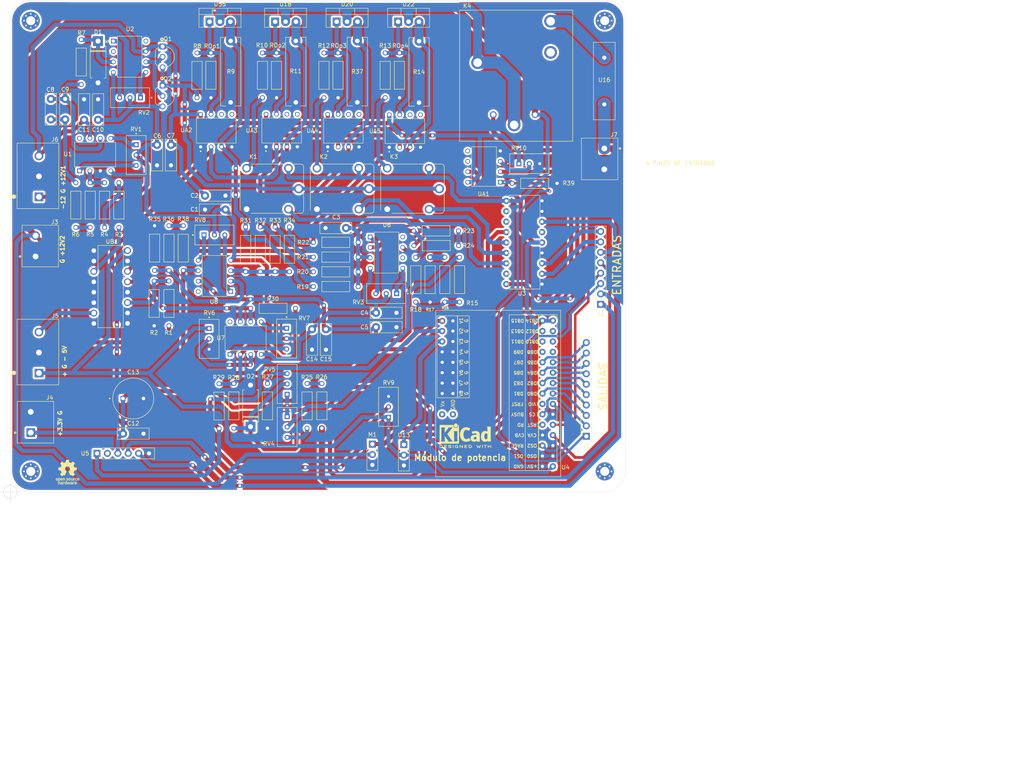
<source format=kicad_pcb>
(kicad_pcb (version 20211014) (generator pcbnew)
  (layers (0 "F.Cu" signal) (31 "B.Cu" signal) (34 "B.Paste" user) (35 "F.Paste" user) (36 "B.SilkS" user "B.Silkscreen") (37 "F.SilkS" user "F.Silkscreen") (38 "B.Mask" user) (39 "F.Mask" user) (44 "Edge.Cuts" user))
  (net 0 "")
  (net 1 "/-12V")
  (net 2 "GND")
  (net 3 "/+12V1")
  (net 4 "Net-(C3-Pad2)")
  (net 5 "/Adaptación_Señal_Control/SeñalControl")
  (net 6 "Net-(C8-Pad2)")
  (net 7 "/+3.3V")
  (net 8 "/Adaptación_Señal_Control/PushPullIN")
  (net 9 "/VI_3.3V")
  (net 10 "/toMicroC_OverVoltageSignal")
  (net 11 "/toMicroC_ADC_BUSY")
  (net 12 "/toMicroC_ADC_DB0")
  (net 13 "/toMicroC_ADC_DB1")
  (net 14 "/toMicroC_ADC_DB2")
  (net 15 "/toMicroC_ADC_DB3")
  (net 16 "/toMicroC_ADC_DB4")
  (net 17 "/toMicroC_ADC_DB5")
  (net 18 "/toMicroC_ADC_DB6")
  (net 19 "/toMicroC_ADC_DB7")
  (net 20 "/fromMicroC_DACI2C_SDA")
  (net 21 "/fromMicroC_DACI2C_SCL")
  (net 22 "/fromMicroC_ADC_RD")
  (net 23 "/fromMicroC_ADC_RST")
  (net 24 "/fromMicroC_ADC_CONV")
  (net 25 "/fromMicroC_A6841ST1")
  (net 26 "/fromMicroC_A6841SerialDataIN")
  (net 27 "/fromMicroC_A6841CLK1")
  (net 28 "/+12V2")
  (net 29 "/+5V")
  (net 30 "/-5V")
  (net 31 "/CEP_Input+")
  (net 32 "Net-(K1-Pad2)")
  (net 33 "Net-(K1-Pad3)")
  (net 34 "/PushPullOut")
  (net 35 "Net-(K2-Pad2)")
  (net 36 "Net-(K2-Pad3)")
  (net 37 "Net-(K3-Pad2)")
  (net 38 "Net-(K3-Pad3)")
  (net 39 "/fromA6841_PowerEnable")
  (net 40 "/CEP_Input+_MOS")
  (net 41 "Net-(K4-PadNC)")
  (net 43 "/fromA6841_toFanEnable")
  (net 44 "Net-(Q1-Pad2)")
  (net 45 "/fromMicroC_FBLSelection")
  (net 46 "/Adaptación_Señal_Control/Error")
  (net 47 "Net-(R3-Pad2)")
  (net 48 "Net-(R4-Pad2)")
  (net 49 "Net-(R5-Pad2)")
  (net 50 "/Circuito de control de corriente/GS1")
  (net 51 "/V1")
  (net 52 "/Circuito de control de corriente/GS2")
  (net 53 "/V2")
  (net 54 "/Circuito de control de corriente/GS3")
  (net 55 "/Circuito de control de corriente/GS4")
  (net 56 "/fromDAC_Vref")
  (net 57 "Net-(R15-Pad2)")
  (net 58 "Net-(R16-Pad2)")
  (net 59 "Net-(R18-Pad2)")
  (net 60 "/V3")
  (net 61 "/V4")
  (net 62 "Net-(R23-Pad2)")
  (net 63 "/Error1")
  (net 64 "Net-(R25-Pad2)")
  (net 65 "Net-(R26-Pad2)")
  (net 66 "Net-(R27-Pad1)")
  (net 67 "Net-(R28-Pad2)")
  (net 68 "/Error2")
  (net 69 "Net-(R31-Pad2)")
  (net 70 "Net-(R35-Pad2)")
  (net 71 "Net-(R36-Pad2)")
  (net 72 "/toADC_LoadCurrent")
  (net 73 "Net-(RV1-Pad1)")
  (net 74 "Net-(RV1-Pad3)")
  (net 75 "Net-(RV2-Pad1)")
  (net 76 "Net-(RV2-Pad3)")
  (net 77 "Net-(RV3-Pad1)")
  (net 78 "Net-(RV3-Pad3)")
  (net 79 "Net-(RV4-Pad1)")
  (net 80 "/toADC_LoadVoltage")
  (net 81 "/Lazo Realimentacion de Voltaje (Lazo 2)/1.1V")
  (net 82 "Net-(RV7-Pad1)")
  (net 83 "Net-(RV7-Pad3)")
  (net 84 "Net-(RV8-Pad1)")
  (net 85 "Net-(RV8-Pad3)")
  (net 86 "/ILimit_Vref")
  (net 87 "/Proteccion Sobre Tension (53V)/3.5V")
  (net 94 "/fromA6841_FeedbackLoopSelection")
  (net 100 "/toADC_MOSFETsTemp")
  (footprint "CEDCp:Resistencia_0,25W" (layer "F.Cu") (at 116.134 126.76 90)
    (fp_text reference "R29")
    (fp_text value "100k")
  )
  (footprint "Symbol:KiCad-Logo2_5mm_SilkScreen" (layer "F.Cu") (at 176.198 133.984)
    (fp_text reference "REF**" hide)
    (fp_text value "KiCad-Logo2_5mm_SilkScreen" hide)
  )
  (footprint "Connector_PinHeader_2.54mm:PinHeader_1x08_P2.54mm_Vertical" (layer "F.Cu") (at 209.2 101.925 180)
    (fp_text reference "J2")
    (fp_text value "ENTRADAS" hide)
  )
  (footprint "Capacitor_THT:C_Disc_D7.5mm_W2.5mm_P5.00mm" (layer "F.Cu") (at 117.7 75.4 180)
    (fp_text reference "C2")
    (fp_text value "0.1u")
  )
  (footprint "CEDCp:OPA604" (layer "F.Cu") (at 115.00625 95 180)
    (fp_text reference "U8")
    (fp_text value "OPA604")
  )
  (footprint "Diode_THT:D_DO-15_P10.16mm_Horizontal" (layer "F.Cu") (at 123.8 131.8 90)
    (fp_text reference "D2")
    (fp_text value "BZX384B3V9")
  )
  (footprint "CEDCp:RELAY_JJM1-12V" (layer "F.Cu") (at 146.15 73.7)
    (fp_text reference "K2")
    (fp_text value "JJM1-12V" hide)
  )
  (footprint "CEDCp:Resistencia_0,25W" (layer "F.Cu") (at 127.934 126.7 -90)
    (fp_text reference "R27")
    (fp_text value "2k7")
  )
  (footprint "CEDCp:Resistencia_0,25W" (layer "F.Cu") (at 126.716666 46.03 90)
    (fp_text reference "R10")
    (fp_text value "22")
  )
  (footprint "CEDCp:Resistencia_0,25W" (layer "F.Cu") (at 141.716666 46.03 90)
    (fp_text reference "R12")
    (fp_text value "22")
  )
  (footprint "CEDCp:Resistencia_0,25W" (layer "F.Cu") (at 129.3 102.9 180)
    (fp_text reference "R30")
    (fp_text value "100k")
  )
  (footprint "Capacitor_THT:C_Rect_L16.5mm_W4.7mm_P15.00mm_MKT" (layer "F.Cu") (at 134.85 37.63 -90)
    (fp_text reference "R11")
    (fp_text value "0,05")
  )
  (footprint "CEDCp:Resistencia_0,25W" (layer "F.Cu") (at 156.65 46.03 90)
    (fp_text reference "R13")
    (fp_text value "22")
  )
  (footprint "Capacitor_THT:C_Disc_D7.5mm_W2.5mm_P5.00mm" (layer "F.Cu") (at 78.6 51.8 -90)
    (fp_text reference "C9")
    (fp_text value "220p")
  )
  (footprint "Package_TO_SOT_THT:TO-220-3_Vertical" (layer "F.Cu") (at 113.81 32.945)
    (fp_text reference "U55")
    (fp_text value "IRLZ44N")
  )
  (footprint "CEDCp:Resistencia_0,25W" (layer "F.Cu") (at 133.3 88.5 -90)
    (fp_text reference "R34")
    (fp_text value "22k")
  )
  (footprint "CEDCp:Resistencia_0,25W" (layer "F.Cu") (at 167.6 95.9 -90)
    (fp_text reference "R17")
    (fp_text value "22")
  )
  (footprint "Connector_PinHeader_2.54mm:PinHeader_1x06_P2.54mm_Vertical" (layer "F.Cu") (at 86.35 138.3 90)
    (fp_text reference "U5")
    (fp_text value "MCP4725" hide)
  )
  (footprint "Capacitor_THT:C_Rect_L16.5mm_W4.7mm_P15.00mm_MKT" (layer "F.Cu") (at 164.9 37.7 -90)
    (fp_text reference "R14")
    (fp_text value "0,05")
  )
  (footprint "CEDCp:LM311P" (layer "F.Cu") (at 180.75 68.3 180)
    (fp_text reference "UA1")
    (fp_text value "LM311")
  )
  (footprint "CEDCp:Preset_Multivueltas_Vertical" (layer "F.Cu") (at 94.41525 51.489629 180)
    (fp_text reference "RV2")
    (fp_text value "250k")
  )
  (footprint "CEDCp:Resistencia_0,25W" (layer "F.Cu") (at 144.6 90.4)
    (fp_text reference "R21")
    (fp_text value "22k" hide)
  )
  (footprint "Connector_PinHeader_2.54mm:PinHeader_1x10_P2.54mm_Vertical" (layer "F.Cu") (at 205.7 134.125 180)
    (fp_text reference "J1")
    (fp_text value "SALIDAS" hide)
  )
  (footprint "CEDCp:OPA604" (layer "F.Cu") (at 156.9625 89.3)
    (fp_text reference "U6")
    (fp_text value "OPA604")
  )
  (footprint "Package_TO_SOT_THT:TO-220-3_Vertical" (layer "F.Cu") (at 159.81 32.945)
    (fp_text reference "U22")
    (fp_text value "IRLZ44N")
  )
  (footprint "CEDCp:74HC4051M" (layer "F.Cu") (at 93.2 106.6)
    (fp_text reference "UB1")
    (fp_text value "74HC4051N,652")
  )
  (footprint "CEDCp:Bornera_1x3" (layer "F.Cu") (at 72.2 113.7 90)
    (fp_text reference "J5")
    (fp_text value "+/- 5V")
  )
  (footprint "CEDCp:A6841" (layer "F.Cu") (at 194.4 97 180)
    (fp_text reference "U3")
    (fp_text value "A6841")
  )
  (footprint "Capacitor_THT:C_Disc_D7.5mm_W2.5mm_P5.00mm" (layer "F.Cu") (at 142.2 113 90)
    (fp_text reference "C15")
    (fp_text value "0.1u")
  )
  (footprint "CEDCp:Resistencia_0,25W" (layer "F.Cu") (at 82.51525 42.789629 90)
    (fp_text reference "R7")
    (fp_text value "100")
  )
  (footprint "CEDCp:Preset_Multivueltas_Vertical" (layer "F.Cu") (at 157.46 126.945 90)
    (fp_text reference "RV9")
    (fp_text value "1k")
  )
  (footprint "CEDCp:Resistencia_0,25W" (layer "F.Cu") (at 114.15 46.03 -90)
    (fp_text reference "ROp1")
    (fp_text value "1k")
  )
  (footprint "CEDCp:Resistencia_0,25W" (layer "F.Cu") (at 174.8 95.9 -90)
    (fp_text reference "R15")
    (fp_text value "330")
  )
  (footprint "CEDCp:Resistencia_0,25W" (layer "F.Cu") (at 193.1 72.4)
    (fp_text reference "R39")
    (fp_text value "10k")
  )
  (footprint "CEDCp:Resistencia_0,25W" (layer "F.Cu") (at 144.6 97.6)
    (fp_text reference "R19")
    (fp_text value "22k" hide)
  )
  (footprint "CEDCp:LM311P" (layer "F.Cu") (at 161.45 59.63 90)
    (fp_text reference "UA5")
    (fp_text value "LM311")
  )
  (footprint "CEDCp:Resistencia_0,25W" (layer "F.Cu") (at 171.2 95.9 90)
    (fp_text reference "R16")
    (fp_text value "22")
  )
  (footprint "CEDCp:LM311P" (layer "F.Cu") (at 131.4 59.5 90)
    (fp_text reference "UA3")
    (fp_text value "LM311")
  )
  (footprint "Capacitor_THT:C_Disc_D7.5mm_W2.5mm_P5.00mm" (layer "F.Cu") (at 101 63 -90)
    (fp_text reference "C6")
    (fp_text value "0.1u")
  )
  (footprint "CEDCp:Resistencia_0,25W" (layer "F.Cu") (at 169.05 84)
    (fp_text reference "R23")
    (fp_text value "8k2")
  )
  (footprint "CEDCp:LM311P" (layer "F.Cu") (at 146.45 59.53 90)
    (fp_text reference "UA4")
    (fp_text value "LM311")
  )
  (footprint "MountingHole:MountingHole_2.2mm_M2_Pad_Via" (layer "F.Cu") (at 70.2 32.7)
    (fp_text reference "H1" hide)
    (fp_text value "MountingHole" hide)
  )
  (footprint "CEDCp:Resistencia_0,25W" (layer "F.Cu") (at 141.2 126.7 90)
    (fp_text reference "R25")
    (fp_text value "33k")
  )
  (footprint "CEDCp:Preset_Multivueltas_Vertical" (layer "F.Cu") (at 156.9 99.3 180)
    (fp_text reference "RV3")
    (fp_text value "250k")
  )
  (footprint "Capacitor_THT:C_Disc_D7.5mm_W2.5mm_P5.00mm" (layer "F.Cu") (at 138.8 113 90)
    (fp_text reference "C14")
    (fp_text value "0.1u")
  )
  (footprint "CEDCp:Resistencia_0,25W" (layer "F.Cu") (at 110.75 46.03 90)
    (fp_text reference "R8")
    (fp_text value "22")
  )
  (footprint "MountingHole:MountingHole_2.2mm_M2_Pad_Via" (layer "F.Cu") (at 70.2 142.7)
    (fp_text reference "H4" hide)
    (fp_text value "MountingHole" hide)
  )
  (footprint "CEDCp:Preset_Multivueltas_Vertical" (layer "F.Cu") (at 113.7 110.355 -90)
    (fp_text reference "RV6")
    (fp_text value "5k")
  )
  (footprint "CEDCp:Resistencia_0,25W" (layer "F.Cu") (at 119.734 126.7 90)
    (fp_text reference "R28")
    (fp_text value "100k")
  )
  (footprint "CEDCp:Resistencia_0,25W" (layer "F.Cu") (at 103.9 88.2 90)
    (fp_text reference "R36")
    (fp_text value "8k2")
  )
  (footprint "Package_TO_SOT_THT:TO-220-3_Vertical" (layer "F.Cu") (at 129.81 32.945)
    (fp_text reference "U18")
    (fp_text value "IRLZ44N")
  )
  (footprint "Capacitor_THT:C_Disc_D7.5mm_W2.5mm_P5.00mm" (layer "F.Cu") (at 159.4 107.5 180)
    (fp_text reference "C5")
    (fp_text value "0.1u")
  )
  (footprint "CEDCp:RELAY_JJM1-12V" (layer "F.Cu") (at 163.3 73.7)
    (fp_text reference "K3")
    (fp_text value "JJM1-12V" hide)
  )
  (footprint "CEDCp:LM311P" (layer "F.Cu") (at 115.45 59.53 90)
    (fp_text reference "UA2")
    (fp_text value "LM311")
  )
  (footprint "Capacitor_THT:C_Disc_D7.5mm_W2.5mm_P5.00mm" (layer "F.Cu") (at 92.7 133.5)
    (fp_text reference "C12")
    (fp_text value "0.1u")
  )
  (footprint "CEDCp:Resistencia_0,25W" (layer "F.Cu") (at 91.7 77.7 90)
    (fp_text reference "R3")
    (fp_text value "2k2")
  )
  (footprint "CEDCp:Resistencia_0,25W" (layer "F.Cu") (at 144.6 94)
    (fp_text reference "R20")
    (fp_text value "22k" hide)
  )
  (footprint "Fuse:Fuse_Littelfuse-LVR100" (layer "F.Cu") (at 210.096 53.132 90)
    (fp_text reference "U16")
    (fp_text value "Fuse" hide)
  )
  (footprint "CEDCp:Resistencia_0,25W" (layer "F.Cu") (at 84.7 77.7 -90)
    (fp_text reference "R5")
    (fp_text value "560")
  )
  (footprint "CEDCp:OPA604" (layer "F.Cu") (at 85.9 65.36875 90)
    (fp_text reference "U1")
    (fp_text value "OPA604")
  )
  (footprint "Capacitor_THT:C_Disc_D7.5mm_W2.5mm_P5.00mm" (layer "F.Cu") (at 83.21525 51.889629 -90)
    (fp_text reference "C11")
    (fp_text value "0.1u")
  )
  (footprint "Package_TO_SOT_THT:TO-220-3_Vertical" (layer "F.Cu") (at 144.81 32.945)
    (fp_text reference "U20")
    (fp_text value "IRLZ44N")
  )
  (footprint "CEDCp:Bornera_1x3" (layer "F.Cu") (at 72.2 70.7 90)
    (fp_text reference "J6")
    (fp_text value "+/- 12V")
  )
  (footprint "CEDCp:Preset_Multivueltas_Vertical" (layer "F.Cu") (at 132.734 131.86 -90)
    (fp_text reference "RV4")
    (fp_text value "10k")
  )
  (footprint "Capacitor_THT:C_Disc_D7.5mm_W2.5mm_P5.00mm" (layer "F.Cu") (at 154.4 104)
    (fp_text reference "C4")
    (fp_text value "0.1u")
  )
  (footprint "Capacitor_THT:C_Rect_L16.5mm_W4.7mm_P15.00mm_MKT" (layer "F.Cu") (at 118.95 37.63 -90)
    (fp_text reference "R9")
    (fp_text value "0,05")
  )
  (footprint "CEDCp:Resistencia_0,25W" (layer "F.Cu") (at 100.4 88.2 -90)
    (fp_text reference "R35")
    (fp_text value "330")
  )
  (footprint "CEDCp:Resistencia_0,25W" (layer "F.Cu") (at 107.4 88.2 -90)
    (fp_text reference "R38")
    (fp_text value "560")
  )
  (footprint "CEDCp:Preset_Multivueltas_Vertical" (layer "F.Cu") (at 95.9 65.5 -90)
    (fp_text reference "RV1")
    (fp_text value "250k")
  )
  (footprint "CEDCp:Resistencia_0,25W" (layer "F.Cu") (at 126.2 88.5 -90)
    (fp_text reference "R32")
    (fp_text value "22k")
  )
  (footprint "MountingHole:MountingHole_2.2mm_M2_Pad_Via" (layer "F.Cu") (at 210.2 32.7)
    (fp_text reference "H2" hide)
    (fp_text value "MountingHole" hide)
  )
  (footprint "CEDCp:Resistencia_0,25W" (layer "F.Cu") (at 164.1 95.9 90)
    (fp_text reference "R18")
    (fp_text value "1k")
  )
  (footprint "CEDCp:Resistencia_0,25W" (layer "F.Cu") (at 122.6 88.5 -90)
    (fp_text reference "R31")
    (fp_text value "22k")
  )
  (footprint "CEDCp:Bornera_1x2" (layer "F.Cu") (at 71.376098 87.7 90)
    (fp_text reference "J3")
    (fp_text value "+12V2" hide)
  )
  (footprint "CEDCp:Resistencia_0,25W" (layer "F.Cu") (at 145.15 46.03 -90)
    (fp_text reference "ROp3")
    (fp_text value "1k")
  )
  (footprint "Capacitor_THT:C_Rect_L16.5mm_W4.7mm_P15.00mm_MKT" (layer "F.Cu") (at 149.85 37.63 -90)
    (fp_text reference "R37")
    (fp_text value "0,05")
  )
  (footprint "CEDCp:AD7606_M" (layer "F.Cu") (at 197.55 141.475 180)
    (fp_text reference "U4")
    (fp_text value "AD7606_M" hide)
  )
  (footprint "CEDCp:OPA604" (layer "F.Cu") (at 122.6 110.175 90)
    (fp_text reference "U7")
    (fp_text value "OPA604")
  )
  (footprint "CEDCp:RELAY_JJM1-12V" (layer "F.Cu") (at 129 73.7)
    (fp_text reference "K1")
    (fp_text value "JJM1-12V" hide)
  )
  (footprint "CEDCp:BC548" (layer "F.Cu") (at 103.21525 51.089629 -90)
    (fp_text reference "Q2")
    (fp_text value "BC327")
  )
  (footprint "MountingHole:MountingHole_2.2mm_M2_Pad_Via" (layer "F.Cu") (at 210.2 142.7)
    (fp_text reference "H3" hide)
    (fp_text value "MountingHole" hide)
  )
  (footprint "Capacitor_THT:C_Disc_D7.5mm_W2.5mm_P5.00mm" (layer "F.Cu") (at 117.7 78.8 180)
    (fp_text reference "C1")
    (fp_text value "0.1u")
  )
  (footprint "CEDCp:Resistencia_0,25W" (layer "F.Cu") (at 130.15 46.03 -90)
    (fp_text reference "ROp2")
    (fp_text value "1k")
  )
  (footprint "CEDCp:Resistencia_0,25W" (layer "F.Cu") (at 144.6 86.8)
    (fp_text reference "R22")
    (fp_text value "22k")
  )
  (footprint "Symbol:OSHW-Logo_5.7x6mm_SilkScreen" (layer "F.Cu") (at 79.17 142.874)
    (fp_text reference "REF**" hide)
    (fp_text value "OSHW-Logo_5.7x6mm_SilkScreen" hide)
  )
  (footprint "CEDCp:Resistencia_0,25W" (layer "F.Cu") (at 100.3 101.7 -90)
    (fp_text reference "R2")
    (fp_text value "2k7")
  )
  (footprint "CEDCp:Resistencia_0,25W" (layer "F.Cu") (at 160.15 46.03 -90)
    (fp_text reference "ROp4")
    (fp_text value "1k")
  )
  (footprint "Diode_THT:D_DO-15_P10.16mm_Horizontal" (layer "F.Cu") (at 86.61525 37.689629 -90)
    (fp_text reference "D1")
    (fp_text value "1N47xxA")
  )
  (footprint "CEDCp:Resistencia_0,25W" (layer "F.Cu") (at 137.6 126.7 -90)
    (fp_text reference "R26")
    (fp_text value "3k3")
  )
  (footprint "Capacitor_THT:C_Disc_D7.5mm_W2.5mm_P5.00mm" (layer "F.Cu") (at 86.61525 56.889629 90)
    (fp_text reference "C10")
    (fp_text value "0.1u")
  )
  (footprint "CEDCp:Preset_Multivueltas_Vertical" (layer "F.Cu") (at 132.6 110.3 -90)
    (fp_text reference "RV7")
    (fp_text value "250k")
  )
  (footprint "CEDCp:Resistencia_0,25W" (layer "F.Cu") (at 129.8 88.5 -90)
    (fp_text reference "R33")
    (fp_text value "22k")
  )
  (footprint "CEDCp:Cap_1uF" (layer "F.Cu") (at 95.2 124.9)
    (fp_text reference "C13")
    (fp_text value "1u")
  )
  (footprint "Connector_PinHeader_2.54mm:PinHeader_1x03_P2.54mm_Vertical" (layer "F.Cu") (at 161.2 136.175)
    (fp_text reference "U13")
    (fp_text value "LM35-NEB")
  )
  (footprint "Capacitor_THT:C_Disc_D7.5mm_W2.5mm_P5.00mm" (layer "F.Cu") (at 142.1 83.3)
    (fp_text reference "C3")
    (fp_text value "15p")
  )
  (footprint "CEDCp:Resistencia_0,25W" (layer "F.Cu") (at 169.1 87.6 180)
    (fp_text reference "R24")
    (fp_text value "220")
  )
  (footprint "Capacitor_THT:C_Disc_D7.5mm_W2.5mm_P5.00mm" (layer "F.Cu") (at 104.4 68 90)
    (fp_text reference "C7")
    (fp_text value "0.1u")
  )
  (footprint "CEDCp:Resistencia_0,25W" (layer "F.Cu") (at 103.9 101.7 90)
    (fp_text reference "R1")
    (fp_text value "2k7")
  )
  (footprint "CEDCp:Preset_Multivueltas_Vertical" (layer "F.Cu") (at 115 85)
    (fp_text reference "RV8")
    (fp_text value "250k")
  )
  (footprint "Capacitor_THT:C_Disc_D7.5mm_W2.5mm_P5.00mm" (layer "F.Cu") (at 75.1 51.8 -90)
    (fp_text reference "C8")
    (fp_text value "220p" hide)
  )
  (footprint "CEDCp:Preset_Multivueltas_Vertical" (layer "F.Cu") (at 132.734 121.36 90)
    (fp_text reference "RV5")
    (fp_text value "1k")
  )
  (footprint "CEDCp:Bornera_1x2" (layer "F.Cu") (at 210.096 66.432 -90)
    (fp_text reference "J7")
    (fp_text value "INPUT_CEDCp" hide)
  )
  (footprint "CEDCp:BC548" (layer "F.Cu") (at 103.21525 41.53321 -90)
    (fp_text reference "Q1")
    (fp_text value "BC337")
  )
  (footprint "CEDCp:Resistencia_0,25W" (layer "F.Cu") (at 81.2 77.7 90)
    (fp_text reference "R6")
    (fp_text value "51")
  )
  (footprint "CEDCp:OPA604" (layer "F.Cu") (at 94.31525 41.489629)
    (fp_text reference "U2")
    (fp_text value "OPA604")
  )
  (footprint "Connector_PinHeader_2.54mm:PinHeader_1x03_P2.54mm_Vertical" (layer "F.Cu") (at 153.525 136.04)
    (fp_text reference "M1")
    (fp_text value "Fan_3pin")
  )
  (footprint "CEDCp:Resistencia_0,25W" (layer "F.Cu") (at 88.2 77.7 90)
    (fp_text reference "R4")
    (fp_text value "150")
  )
  (footprint "CEDCp:Bornera_1x2" (layer "F.Cu") (at 70.2 130.7 90)
    (fp_text reference "J4")
    (fp_text value "+3V3")
  )
  (footprint "CEDCp:RELE_30A" (layer "F.Cu") (at 188.096 40.432)
    (fp_text reference "K4")
    (fp_text value "SLA-12VDC-SL-C")
  )
  (footprint "CEDCp:Preset_Multivueltas_Vertical" (layer "F.Cu") (at 191.8 67.6)
    (fp_text reference "RV10")
    (fp_text value "5k")
  )
  (gr_line (start 215.2 142.7) (end 215.2 32.7) (layer "Edge.Cuts") (width 0.05))
  (gr_line (start 65.2 32.7) (end 65.2 142.7) (layer "Edge.Cuts") (width 0.05))
  (gr_line (start 210.2 27.7) (end 70.2 27.7) (layer "Edge.Cuts") (width 0.05))
  (gr_line (start 70.2 147.7) (end 210.2 147.7) (layer "Edge.Cuts") (width 0.05))
  (gr_arc (start 215.2 142.7) (mid 213.735534 146.235534) (end 210.2 147.7) (layer "Edge.Cuts") (width 0.05))
  (gr_arc (start 65.2 32.7) (mid 66.664466 29.164466) (end 70.2 27.7) (layer "Edge.Cuts") (width 0.05))
  (gr_arc (start 210.2 27.7) (mid 213.735534 29.164466) (end 215.2 32.7) (layer "Edge.Cuts") (width 0.05))
  (gr_arc (start 70.2 147.7) (mid 66.664466 146.235534) (end 65.2 142.7) (layer "Edge.Cuts") (width 0.05))
  (gr_text "SALIDAS" (at 209.83 121.94 90) (layer "F.SilkS") (effects (font (size 2 2) (thickness 0.3))))
  (gr_text "-12 G +12V1" (at 78.1 73.36 90) (layer "F.SilkS") (effects (font (size 1 1) (thickness 0.25))))
  (gr_text "+3.3V G" (at 77.34 131.03 90) (layer "F.SilkS") (effects (font (size 1 1) (thickness 0.25))))
  (gr_text "Módulo de potencia" (at 174.928 139.35) (layer "F.SilkS") (effects (font (size 1.5 1.5) (thickness 0.3))))
  (gr_text "ENTRADAS" (at 213.19 92.34 90) (layer "F.SilkS") (effects (font (size 2 2) (thickness 0.3))))
  (gr_text "G +12V2" (at 77.92 88.52 90) (layer "F.SilkS") (effects (font (size 1 1) (thickness 0.25))))
  (gr_text "+ G - 5V" (at 78.46 115.84 90) (layer "F.SilkS") (effects (font (size 1 1) (thickness 0.25))))
  (gr_text "4 PINES DE ENTRADAS" (at 228.6 67.5) (layer "F.SilkS") (effects (font (size 1 1))))
  (target plus (at 65.2 147.7) (size 5) (width 0.05) (layer "Edge.Cuts"))
  (target plus (at 65.2 147.7) (size 5) (width 0.05) (layer "Edge.Cuts"))
  (segment (start 98.7 72.7) (end 98.7 68.2) (width 1) (layer "F.Cu") (net 1))
  (segment (start 130.6 110.3) (end 130 109.7) (width 1) (layer "F.Cu") (net 1))
  (segment (start 130 103.7) (end 130 109.7) (width 1) (layer "F.Cu") (net 1))
  (segment (start 132.6 110.3) (end 130.6 110.3) (width 1) (layer "F.Cu") (net 1))
  (segment (start 127.8 92.7) (end 127.8 101.5) (width 1) (layer "F.Cu") (net 1))
  (segment (start 118.97625 91.19) (end 126.29 91.19) (width 1) (layer "F.Cu") (net 1))
  (segment (start 95.7 75.7) (end 98.7 72.7) (width 1) (layer "F.Cu") (net 1))
  (segment (start 98.7 68.2) (end 98.6 68.2) (width 1) (layer "F.Cu") (net 1))
  (segment (start 127.8 101.5) (end 130 103.7) (width 1) (layer "F.Cu") (net 1))
  (segment (start 72.2 75.7) (end 95.7 75.7) (width 1) (layer "F.Cu") (net 1))
  (segment (start 98.6 68.2) (end 95.9 65.5) (width 1) (layer "F.Cu") (net 1))
  (segment (start 126.29 91.19) (end 127.8 92.7) (width 1) (layer "F.Cu") (net 1))
  (segment (start 152.9925 96.4075) (end 151.7 97.7) (width 1) (layer "B.Cu") (net 1))
  (segment (start 119.85 80.95) (end 119.85 90.31625) (width 1) (layer "B.Cu") (net 1))
  (segment (start 95.070371 53.629629) (end 94.41525 54.28475) (width 1) (layer "B.Cu") (net 1))
  (segment (start 102.36275 53.629629) (end 101.270371 53.629629) (width 1) (layer "B.Cu") (net 1))
  (segment (start 152.9925 93.11) (end 152.9925 96.4075) (width 1) (layer "B.Cu") (net 1))
  (segment (start 98.4 70.3) (end 98.4 78.9) (width 1) (layer "B.Cu") (net 1))
  (segment (start 119.85 90.31625) (end 118.97625 91.19) (width 1) (layer "B.Cu") (net 1))
  (segment (start 156.2 101.2) (end 156.9 100.5) (width 1) (layer "B.Cu") (net 1))
  (segment (start 151.7 97.7) (end 151.7 100.7) (width 1) (layer "B.Cu") (net 1))
  (segment (start 117.7 78.8) (end 119.85 80.95) (width 1) (layer "B.Cu") (net 1))
  (segment (start 154.4 101.4) (end 154.2 101.2) (width 1) (layer "B.Cu") (net 1))
  (segment (start 115 79.45) (end 115 80.4) (width 1) (layer "B.Cu") (net 1))
  (segment (start 154.4 104) (end 154.4 101.4) (width 1) (layer "B.Cu") (net 1))
  (segment (start 152.2 101.2) (end 154.2 101.2) (width 1) (layer "B.Cu") (net 1))
  (segment (start 138.8 108) (end 142.8 104) (width 1) (layer "B.Cu") (net 1))
  (segment (start 136.5 110.3) (end 138.8 108) (width 1) (layer "B.Cu") (net 1))
  (segment (start 115 80.4) (end 115 85) (width 1) (layer "B.Cu") (net 1))
  (segment (start 90.34525 56.734008) (end 90.189629 56.889629) (width 1) (layer "B.Cu") (net 1))
  (segment (start 126.41 114.145) (end 128.645 114.145) (width 1) (layer "B.Cu") (net 1))
  (segment (start 129.7 115.2) (end 135.2 115.2) (width 1) (layer "B.Cu") (net 1))
  (segment (start 89.71 69.33875) (end 90.67125 70.3) (width 1) (layer "B.Cu") (net 1))
  (segment (start 115.65 78.8) (end 115 79.45) (width 1) (layer "B.Cu") (net 1))
  (segment (start 101 53.9) (end 101.270371 53.629629) (width 1) (layer "B.Cu") (net 1))
  (segment (start 86.61525 56.889629) (end 90.189629 56.889629) (width 1) (layer "B.Cu") (net 1))
  (segment (start 98.5 70.2) (end 98.5 63.1) (width 1) (layer "B.Cu") (net 1))
  (segment (start 128.645 114.145) (end 129.7 115.2) (width 1) (layer "B.Cu") (net 1))
  (segment (start 94.41525 54.28475) (end 94.41525 51.489629) (width 1) (layer "B.Cu") (net 1))
  (segment (start 101 63) (end 101 53.9) (width 1) (layer "B.Cu") (net 1))
  (segment (start 90.189629 56.889629) (end 91.810371 56.889629) (width 1) (layer "B.Cu") (net 1))
  (segment (start 99.951911 80.451911) (end 114.948089 80.451911) (width 1) (layer "B.Cu") (net 1))
  (segment (start 154.2 101.2) (end 156.2 101.2) (width 1) (layer "B.Cu") (net 1))
  (segment (start 95.9 65.5) (end 98.4 63) (width 1) (layer "B.Cu") (net 1))
  (segment (start 90.67125 70.3) (end 98.4 70.3) (width 1) (layer "B.Cu") (net 1))
  (segment (start 98.4 70.3) (end 98.5 70.2) (width 1) (layer "B.Cu") (net 1))
  (segment (start 91.810371 56.889629) (end 94.41525 54.28475) (width 1) (layer "B.Cu") (net 1))
  (segment (start 142.8 104) (end 154.4 104) (width 1) (layer "B.Cu") (net 1))
  (segment (start 114.948089 80.451911) (end 115 80.4) (width 1) (layer "B.Cu") (net 1))
  (segment (start 90.34525 45.299629) (end 90.34525 56.734008) (width 1) (layer "B.Cu") (net 1))
  (segment (start 101.270371 53.629629) (end 95.070371 53.629629) (width 1) (layer "B.Cu") (net 1))
  (segment (start 132.6 110.3) (end 135.6 110.3) (width 1) (layer "B.Cu") (net 1))
  (segment (start 135.2 115.2) (end 135.6 114.8) (width 1) (layer "B.Cu") (net 1))
  (segment (start 117.7 78.8) (end 115.65 78.8) (width 1) (layer "B.Cu") (net 1))
  (segment (start 135.6 114.8) (end 135.6 110.3) (width 1) (layer "B.Cu") (net 1))
  (segment (start 98.5 63.1) (end 98.4 63) (width 1) (layer "B.Cu") (net 1))
  (segment (start 135.6 110.3) (end 136.5 110.3) (width 1) (layer "B.Cu") (net 1))
  (segment (start 151.7 100.7) (end 152.2 101.2) (width 1) (layer "B.Cu") (net 1))
  (segment (start 98.4 78.9) (end 99.951911 80.451911) (width 1) (layer "B.Cu") (net 1))
  (segment (start 156.9 100.5) (end 156.9 99.3) (width 1) (layer "B.Cu") (net 1))
  (segment (start 98.4 63) (end 101 63) (width 1) (layer "B.Cu") (net 1))
  (segment (start 154.8 110.7) (end 154.4 110.3) (width 1) (layer "F.Cu") (net 3))
  (segment (start 78.2 59.7) (end 80.404879 59.7) (width 1) (layer "F.Cu") (net 3))
  (segment (start 112.2 57.7) (end 127.2 57.7) (width 1) (layer "F.Cu") (net 3))
  (segment (start 127.2 57.7) (end 142.7 57.7) (width 1) (layer "F.Cu") (net 3))
  (segment (start 160.9325 88.03) (end 162.6 89.6975) (width 1) (layer "F.Cu") (net 3))
  (segment (start 111.64 57.14) (end 112.2 57.7) (width 1) (layer "F.Cu") (net 3))
  (segment (start 111.64 55.56) (end 111.64 57.14) (width 1) (layer "F.Cu") (net 3))
  (segment (start 142.64 55.56) (end 142.64 57.64) (width 1) (layer "F.Cu") (net 3))
  (segment (start 127.59 55.53) (end 127.59 57.31) (width 1) (layer "F.Cu") (net 3))
  (segment (start 127.59 57.31) (end 127.2 57.7) (width 1) (layer "F.Cu") (net 3))
  (segment (start 80.404879 59.7) (end 83.21525 56.889629) (width 1) (layer "F.Cu") (net 3))
  (segment (start 168.2 60.7) (end 160.7 60.7) (width 1) (layer "F.Cu") (net 3))
  (segment (start 72.2 65.7) (end 78.2 59.7) (width 1) (layer "F.Cu") (net 3))
  (segment (start 105.5 46.15) (end 105.5 50.5) (width 1) (layer "F.Cu") (net 3))
  (segment (start 142.64 57.64) (end 142.7 57.7) (width 1) (layer "F.Cu") (net 3))
  (segment (start 160.4 110.7) (end 154.8 110.7) (width 1) (layer "F.Cu") (net 3))
  (segment (start 142.7 57.7) (end 157.2 57.7) (width 1) (layer "F.Cu") (net 3))
  (segment (start 116.7 100.7) (end 114.7 98.7) (width 1) (layer "F.Cu") (net 3))
  (segment (start 154.4 110.3) (end 154.4 107.5) (width 1) (layer "F.Cu") (net 3))
  (segment (start 123.8 100.7) (end 116.7 100.7) (width 1) (layer "F.Cu") (net 3))
  (segment (start 157.64 57.26) (end 157.64 55.66) (width 1) (layer "F.Cu") (net 3))
  (segment (start 162.6 108.5) (end 160.4 110.7) (width 1) (layer "F.Cu") (net 3))
  (segment (start 162.6 89.6975) (end 162.6 108.5) (width 1) (layer "F.Cu") (net 3))
  (segment (start 157.2 57.7) (end 157.64 57.26) (width 1) (layer "F.Cu") (net 3))
  (segment (start 141.7 102.2) (end 141.7 107.5) (width 1) (layer "F.Cu") (net 3))
  (segment (start 141.7 107.5) (end 142.2 108) (width 1) (layer "F.Cu") (net 3))
  (via (at 105.5 46.15) (size 1) (drill 0.6) (layers "F.Cu" "B.Cu") (net 3))
  (via (at 141.7 102.2) (size 1) (drill 0.6) (layers "F.Cu" "B.Cu") (net 3))
  (via (at 168.2 60.7) (size 1) (drill 0.6) (layers "F.Cu" "B.Cu") (net 3))
  (via (at 123.8 100.7) (size 1) (drill 0.6) (layers "F.Cu" "B.Cu") (net 3))
  (via (at 105.5 50.5) (size 1) (drill 0.6) (layers "F.Cu" "B.Cu") (net 3))
  (via (at 114.7 98.7) (size 1) (drill 0.6) (layers "F.Cu" "B.Cu") (net 3))
  (via (at 160.7 60.7) (size 1) (drill 0.6) (layers "F.Cu" "B.Cu") (net 3))
  (segment (start 185.2 60.7) (end 179.7 60.7) (width 1) (layer "B.Cu") (net 3))
  (segment (start 140.2 100.7) (end 141.7 102.2) (width 1) (layer "B.Cu") (net 3))
  (segment (start 189.26 67.6) (end 189.26 64.76) (width 1) (layer "B.Cu") (net 3))
  (segment (start 104.4 56.3) (end 105.14 55.56) (width 1) (layer "B.Cu") (net 3))
  (segment (start 100 39) (end 100.00679 38.99321) (width 1) (layer "B.Cu") (net 3))
  (segment (start 105.5 50.5) (end 105.5 55.55) (width 1) (layer "B.Cu") (net 3))
  (segment (start 76.2 33.7) (end 91.7 33.7) (width 1) (layer "B.Cu") (net 3))
  (segment (start 157.64 57.64) (end 157.64 55.66) (width 1) (layer "B.Cu") (net 3))
  (segment (start 179.7 60.7) (end 168.2 60.7) (width 1) (layer "B.Cu") (net 3))
  (segment (start 72.2 61.2) (end 70.7 59.7) (width 1) (layer "B.Cu") (net 3))
  (segment (start 104.49321 38.99321) (end 105.5 40) (width 1) (layer "B.Cu") (net 3))
  (segment (start 121.33 103.07) (end 123.7 100.7) (width 1) (layer "B.Cu") (net 3))
  (segment (start 105.49 55.56) (end 111.64 55.56) (width 1) (layer "B.Cu") (net 3))
  (segment (start 106.9 64.1) (end 105.8 63) (width 1) (layer "B.Cu") (net 3))
  (segment (start 105.5 55.55) (end 105.49 55.56) (width 1) (layer "B.Cu") (net 3))
  (segment (start 106.9 69.6) (end 106.9 64.1) (width 1) (layer "B.Cu") (net 3))
  (segment (start 104.4 63) (end 104.4 56.3) (width 1) (layer "B.Cu") (net 3))
  (segment (start 105.8 63) (end 104.4 63) (width 1) (layer "B.Cu") (net 3))
  (segment (start 95.2 39.7) (end 95.719629 40.219629) (width 1) (layer "B.Cu") (net 3))
  (segment (start 98.28525 40.219629) (end 99.504879 39) (width 1) (layer "B.Cu") (net 3))
  (segment (start 105.5 40) (end 105.5 46.15) (width 1) (layer "B.Cu") (net 3))
  (segment (start 102.36275 38.99321) (end 104.49321 38.99321) (width 1) (layer "B.Cu") (net 3))
  (segment (start 121.33 106.205) (end 121.33 103.07) (width 1) (layer "B.Cu") (net 3))
  (segment (start 176.78 72.11) (end 177.79 72.11) (width 1) (layer "B.Cu") (net 3))
  (segment (start 123.7 100.7) (end 123.8 100.7) (width 1) (layer "B.Cu") (net 3))
  (segment (start 105.14 55.56) (end 105.49 55.56) (width 1) (layer "B.Cu") (net 3))
  (segment (start 95.2 37.2) (end 95.2 39.7) (width 1) (layer "B.Cu") (net 3))
  (segment (start 70.7 59.7) (end 70.7 39.2) (width 1) (layer "B.Cu") (net 3))
  (segment (start 179.7 70.2) (end 179.7 60.7) (width 1) (layer "B.Cu") (net 3))
  (segment (start 189.26 64.76) (end 185.2 60.7) (width 1) (layer "B.Cu") (net 3))
  (segment (start 160.7 60.7) (end 157.64 57.64) (width 1) (layer "B.Cu") (net 3))
  (segment (start 72.2 65.7) (end 72.2 61.2) (width 1) (layer "B.Cu") (net 3))
  (segment (start 84.63 61.39875) (end 84.63 58.304379) (width 1) (layer "B.Cu") (net 3))
  (segment (start 91.7 33.7) (end 95.2 37.2) (width 1) (layer "B.Cu") (net 3))
  (segment (start 84.63 58.304379) (end 83.21525 56.889629) (width 1) (layer "B.Cu") (net 3))
  (segment (start 153.9 108) (end 154.4 107.5) (width 1) (layer "B.Cu") (net 3))
  (segment (start 142.2 108) (end 153.9 108) (width 1) (layer "B.Cu") (net 3))
  (segment (start 123.8 100.7) (end 140.2 100.7) (width 1) (layer "B.Cu") (net 3))
  (segment (start 95.719629 40.219629) (end 98.28525 40.219629) (width 1) (layer "B.Cu") (net 3))
  (segment (start 177.79 72.11) (end 179.7 70.2) (width 1) (layer "B.Cu") (net 3))
  (segment (start 111.03625 96.27) (end 112.27 96.27) (width 1) (layer "B.Cu") (net 3))
  (segment (start 112.27 96.27) (end 114.7 98.7) (width 1) (layer "B.Cu") (net 3))
  (segment (start 100.00679 38.99321) (end 102.36275 38.99321) (width 1) (layer "B.Cu") (net 3))
  (segment (start 99.504879 39) (end 100 39) (width 1) (layer "B.Cu") (net 3))
  (segment (start 70.7 39.2) (end 76.2 33.7) (width 1) (layer "B.Cu") (net 3))
  (segment (start 112.7 75.4) (end 106.9 69.6) (width 1) (layer "B.Cu") (net 3))
  (segment (start 150.065 90.4) (end 152.8225 90.4) (width 1) (layer "B.Cu") (net 4))
  (segment (start 147.1 83.3) (end 148.8 83.3) (width 1) (layer "B.Cu") (net 4))
  (segment (start 150.065 84.565) (end 150.065 86.8) (width 1) (layer "B.Cu") (net 4))
  (segment (start 150.065 90.4) (end 150.065 94) (width 1) (layer "B.Cu") (net 4))
  (segment (start 148.8 83.3) (end 150.065 84.565) (width 1) (layer "B.Cu") (net 4))
  (segment (start 150.065 94) (end 150.065 97.6) (width 1) (layer "B.Cu") (net 4))
  (segment (start 152.8225 90.4) (end 152.9925 90.57) (width 1) (layer "B.Cu") (net 4))
  (segment (start 150.065 86.8) (end 150.065 90.4) (width 1) (layer "B.Cu") (net 4))
  (segment (start 80.6 63) (end 81.6 64) (width 1) (layer "B.Cu") (net 5))
  (segment (start 79.445371 48.254629) (end 82.51525 48.254629) (width 1) (layer "B.Cu") (net 5))
  (segment (start 75.1 51.8) (end 78.6 51.8) (width 1) (layer "B.Cu") (net 5))
  (segment (start 78.6 51.8) (end 80.6 53.8) (width 1) (layer "B.Cu") (net 5))
  (segment (start 81.6 64) (end 86.6 64) (width 1) (layer "B.Cu") (net 5))
  (segment (start 86.6 64) (end 87.17 63.43) (width 1) (layer "B.Cu") (net 5))
  (segment (start 80.6 53.8) (end 80.6 63) (width 1) (layer "B.Cu") (net 5))
  (segment (start 78.6 51.8) (end 78.6 49.1) (width 1) (layer "B.Cu") (net 5))
  (segment (start 87.17 63.43) (end 87.17 61.39875) (width 1) (layer "B.Cu") (net 5))
  (segment (start 78.6 49.1) (end 79.445371 48.254629) (width 1) (layer "B.Cu") (net 5))
  (segment (start 78.6 69.635) (end 81.2 72.235) (width 1) (layer "B.Cu") (net 6))
  (segment (start 75.1 56.8) (end 78.6 56.8) (width 1) (layer "B.Cu") (net 6))
  (segment (start 78.6 56.8) (end 78.6 69.635) (width 1) (layer "B.Cu") (net 6))
  (segment (start 172 139.1) (end 170.6 137.7) (width 1) (layer "F.Cu") (net 7))
  (segment (start 189.7 83.7) (end 189.7 76.7) (width 1) (layer "F.Cu") (net 7))
  (segment (start 187.7 74.7) (end 180.7 74.7) (width 1) (layer "F.Cu") (net 7))
  (segment (start 186.4 114.525) (end 186.4 129.7) (width 1) (layer "F.Cu") (net 7))
  (segment (start 119.4 127.1) (end 115.4 123.1) (width 1) (layer "F.Cu") (net 7))
  (segment (start 121 126.9) (end 120.8 127.1) (width 1) (layer "F.Cu") (net 7))
  (segment (start 186.4 129.7) (end 179.6 136.5) (width 1) (layer "F.Cu") (net 7))
  (segment (start 189.7 76.7) (end 187.7 74.7) (width 1) (layer "F.Cu") (net 7))
  (segment (start 179.6 136.5) (end 177 139.1) (width 1) (layer "F.Cu") (net 7))
  (segment (start 179.2 73.2) (end 179.2 70.2) (width 1) (layer "F.Cu") (net 7))
  (segment (start 192.84 86.84) (end 189.7 83.7) (width 1) (layer "F.Cu") (net 7))
  (segment (start 120.8 127.1) (end 119.4 127.1) (width 1) (layer "F.Cu") (net 7))
  (segment (start 179.2 70.2) (end 178.57 69.57) (width 1) (layer "F.Cu") (net 7))
  (segment (start 180.7 74.7) (end 179.2 73.2) (width 1) (layer "F.Cu") (net 7))
  (segment (start 177 139.1) (end 172 139.1) (width 1) (layer "F.Cu") (net 7))
  (segment (start 147.4 122.1) (end 141.8 127.7) (width 1) (layer "F.Cu") (net 7))
  (segment (start 178.57 69.57) (end 176.78 69.57) (width 1) (layer "F.Cu") (net 7))
  (segment (start 115.4 123.1) (end 94.5 123.1) (width 1) (layer "F.Cu") (net 7))
  (segment (start 162.4 122.1) (end 147.4 122.1) (width 1) (layer "F.Cu") (net 7))
  (segment (start 195.01 105.915) (end 186.4 114.525) (width 1) (layer "F.Cu") (net 7))
  (segment (start 134.6 127.7) (end 133.8 126.9) (width 1) (layer "F.Cu") (net 7))
  (segment (start 141.8 127.7) (end 134.6 127.7) (width 1) (layer "F.Cu") (net 7))
  (segment (start 167.6 127.3) (end 162.4 122.1) (width 1) (layer "F.Cu") (net 7))
  (segment (start 194.9 86.84) (end 192.84 86.84) (width 1) (layer "F.Cu") (net 7))
  (segment (start 195.01 136.395) (end 179.705 136.395) (width 1) (layer "F.Cu") (net 7))
  (segment (start 94.5 123.1) (end 92.7 124.9) (width 1) (layer "F.Cu") (net 7))
  (segment (start 179.705 136.395) (end 179.6 136.5) (width 1) (layer "F.Cu") (net 7))
  (segment (start 133.8 126.9) (end 121 126.9) (width 1) (layer "F.Cu") (net 7))
  (via (at 170.6 137.7) (size 1) (drill 0.6) (layers "F.Cu" "B.Cu") (net 7))
  (via (at 167.6 127.3) (size 1) (drill 0.6) (layers "F.Cu" "B.Cu") (net 7))
  (segment (start 191.2 103.7) (end 191.2 87.7) (width 1) (layer "B.Cu") (net 7))
  (segment (start 193.415 105.915) (end 191.2 103.7) (width 1) (layer "B.Cu") (net 7))
  (segment (start 196.273911 137.658911) (end 198.158911 137.658911) (width 0.7) (layer "B.Cu") (net 7))
  (segment (start 195.01 105.915) (end 193.415 105.915) (width 1) (layer "B.Cu") (net 7))
  (segment (start 192.06 86.84) (end 194.9 86.84) (width 1) (layer "B.Cu") (net 7))
  (segment (start 195.01 105.915) (end 197.55 105.915) (width 1) (layer "B.Cu") (net 7))
  (segment (start 199.4 136.5) (end 199.4 128.085) (width 0.7) (layer "B.Cu") (net 7))
  (segment (start 92.44 133.24) (end 92.7 133.5) (width 1) (layer "B.Cu") (net 7))
  (segment (start 199.4 128.085) (end 197.55 126.235) (width 0.7) (layer "B.Cu") (net 7))
  (segment (start 198.2 137.7) (end 199.4 136.5) (width 0.7) (layer "B.Cu") (net 7))
  (segment (start 91.43 138.3) (end 91.43 134.77) (width 1) (layer "B.Cu") (net 7))
  (segment (start 198.158911 137.658911) (end 198.2 137.7) (width 0.7) (layer "B.Cu") (net 7))
  (segment (start 170.6 137.7) (end 167.6 134.7) (width 1) (layer "B.Cu") (net 7))
  (segment (start 191.2 87.7) (end 192.06 86.84) (width 1) (layer "B.Cu") (net 7))
  (segment (start 167.6 134.7) (end 167.6 127.3) (width 1) (layer "B.Cu") (net 7))
  (segment (start 91.43 134.77) (end 92.7 133.5) (width 1) (layer "B.Cu") (net 7))
  (segment (start 92.7 124.9) (end 92.7 133.5) (width 1) (layer "B.Cu") (net 7))
  (segment (start 70.2 133.24) (end 92.44 133.24) (width 1) (layer "B.Cu") (net 7))
  (segment (start 195.01 136.395) (end 196.273911 137.658911) (width 0.7) (layer "B.Cu") (net 7))
  (segment (start 86.25025 37.324629) (end 86.61525 37.689629) (width 1) (layer "B.Cu") (net 8))
  (segment (start 82.51525 37.324629) (end 86.25025 37.324629) (width 1) (layer "B.Cu") (net 8))
  (segment (start 87.8 42.8) (end 87.840371 42.759629) (width 1) (layer "B.Cu") (net 8))
  (segment (start 86.61525 41.61525) (end 87.8 42.8) (width 1) (layer "B.Cu") (net 8))
  (segment (start 87.840371 42.759629) (end 90.34525 42.759629) (width 1) (layer "B.Cu") (net 8))
  (segment (start 86.61525 37.689629) (end 86.61525 41.61525) (width 1) (layer "B.Cu") (net 8))
  (segment (start 127.2 137.3) (end 123.8 133.9) (width 1) (layer "F.Cu") (net 9))
  (segment (start 199.87 69.57) (end 202 71.7) (width 1) (layer "F.Cu") (net 9))
  (segment (start 202 96.5) (end 194.8 103.7) (width 1) (layer "F.Cu") (net 9))
  (segment (start 142.2 129.7) (end 136 129.7) (width 1) (layer "F.Cu") (net 9))
  (segment (start 165.6 141.7) (end 163.4 143.9) (width 1) (layer "F.Cu") (net 9))
  (segment (start 134.6 137.3) (end 127.2 137.3) (width 1) (layer "F.Cu") (net 9))
  (segment (start 168 135.1) (end 165.6 137.5) (width 1) (layer "F.Cu") (net 9))
  (segment (start 135 130.7) (end 135 136.9) (width 1) (layer "F.Cu") (net 9))
  (segment (start 123.8 133.9) (end 123.8 131.8) (width 1) (layer "F.Cu") (net 9))
  (segment (start 144.4 143.9) (end 143.2 142.7) (width 1) (layer "F.Cu") (net 9))
  (segment (start 184.72 69.57) (end 199.87 69.57) (width 1) (layer "F.Cu") (net 9))
  (segment (start 184 105.3) (end 184 128.3) (width 1) (layer "F.Cu") (net 9))
  (segment (start 136 129.7) (end 135 130.7) (width 1) (layer "F.Cu") (net 9))
  (segment (start 185.6 103.7) (end 184 105.3) (width 1) (layer "F.Cu") (net 9))
  (segment (start 184 128.3) (end 177.2 135.1) (width 1) (layer "F.Cu") (net 9))
  (segment (start 194.8 103.7) (end 185.6 103.7) (width 1) (layer "F.Cu") (net 9))
  (segment (start 202 71.7) (end 202 96.5) (width 1) (layer "F.Cu") (net 9))
  (segment (start 177.2 135.1) (end 168 135.1) (width 1) (layer "F.Cu") (net 9))
  (segment (start 135 136.9) (end 134.6 137.3) (width 1) (layer "F.Cu") (net 9))
  (segment (start 165.6 137.5) (end 165.6 141.7) (width 1) (layer "F.Cu") (net 9))
  (segment (start 163.4 143.9) (end 144.4 143.9) (width 1) (layer "F.Cu") (net 9))
  (segment (start 143.2 130.7) (end 142.2 129.7) (width 1) (layer "F.Cu") (net 9))
  (segment (start 143.2 142.7) (end 143.2 130.7) (width 1) (layer "F.Cu") (net 9))
  (segment (start 123.8 129.1) (end 123.8 131.8) (width 1) (layer "B.Cu") (net 9))
  (segment (start 131.54 121.36) (end 123.8 129.1) (width 1) (layer "B.Cu") (net 9))
  (segment (start 132.734 121.36) (end 131.54 121.36) (width 1) (layer "B.Cu") (net 9))
  (segment (start 123.435 132.165) (end 123.8 131.8) (width 1) (layer "B.Cu") (net 9))
  (segment (start 119.734 132.165) (end 123.435 132.165) (width 1) (layer "B.Cu") (net 9))
  (segment (start 187.635 72.4) (end 194.9 72.4) (width 0.6) (layer "F.Cu") (net 10))
  (segment (start 194.9 72.4) (end 196.8 74.3) (width 0.6) (layer "F.Cu") (net 10))
  (via (at 196.8 74.3) (size 0.7) (drill 0.3) (layers "F.Cu" "B.Cu") (net 10))
  (segment (start 204.975 134.125) (end 198.951089 140.148911) (width 0.6) (layer "B.Cu") (net 10))
  (segment (start 194.4 74.3) (end 196.8 74.3) (width 0.6) (layer "B.Cu") (net 10))
  (segment (start 189 79.7) (end 194.4 74.3) (width 0.6) (layer "B.Cu") (net 10))
  (segment (start 184.72 72.11) (end 187.345 72.11) (width 1) (layer "B.Cu") (net 10))
  (segment (start 187.345 72.11) (end 187.635 72.4) (width 1) (layer "B.Cu") (net 10))
  (segment (start 205.7 134.125) (end 204.975 134.125) (width 0.6) (layer "B.Cu") (net 10))
  (segment (start 190.648911 140.148911) (end 184.4 133.9) (width 0.6) (layer "B.Cu") (net 10))
  (segment (start 184.4 133.9) (end 184.4 102.9) (width 0.6) (layer "B.Cu") (net 10))
  (segment (start 189 98.3) (end 189 79.7) (width 0.6) (layer "B.Cu") (net 10))
  (segment (start 184.4 102.9) (end 189 98.3) (width 0.6) (layer "B.Cu") (net 10))
  (segment (start 198.951089 140.148911) (end 190.648911 140.148911) (width 0.6) (layer "B.Cu") (net 10))
  (segment (start 199 124.9) (end 199.015 124.9) (width 0.6) (layer "B.Cu") (net 11))
  (segment (start 196.2 126.9) (end 196.223911 126.876089) (width 0.6) (layer "B.Cu") (net 11))
  (segment (start 196.8 124.9) (end 196.808911 124.908911) (width 0.6) (layer "B.Cu") (net 11))
  (segment (start 196.808911 124.908911) (end 198.991089 124.908911) (width 0.6) (layer "B.Cu") (net 11))
  (segment (start 198.991089 124.908911) (end 199 124.9) (width 0.6) (layer "B.Cu") (net 11))
  (segment (start 196.223911 125.476089) (end 196.8 124.9) (width 0.6) (layer "B.Cu") (net 11))
  (segment (start 196.223911 126.876089) (end 196.223911 125.476089) (width 0.6) (layer "B.Cu") (net 11))
  (segment (start 195.01 128.775) (end 196.2 127.585) (width 0.6) (layer "B.Cu") (net 11))
  (segment (start 199.015 124.9) (end 205.7 131.585) (width 0.6) (layer "B.Cu") (net 11))
  (segment (start 196.2 127.585) (end 196.2 126.9) (width 0.6) (layer "B.Cu") (net 11))
  (segment (start 200.35 123.695) (end 205.7 129.045) (width 0.6) (layer "B.Cu") (net 12))
  (segment (start 197.55 123.695) (end 200.35 123.695) (width 0.6) (layer "B.Cu") (net 12))
  (segment (start 195.01 123.695) (end 196.223911 122.481089) (width 0.6) (layer "B.Cu") (net 13))
  (segment (start 201.676089 122.481089) (end 205.7 126.505) (width 0.6) (layer "B.Cu") (net 13))
  (segment (start 196.223911 122.481089) (end 201.676089 122.481089) (width 0.6) (layer "B.Cu") (net 13))
  (segment (start 197.55 121.155) (end 202.89 121.155) (width 0.6) (layer "B.Cu") (net 14))
  (segment (start 202.89 121.155) (end 205.7 123.965) (width 0.6) (layer "B.Cu") (net 14))
  (segment (start 204.175 119.9) (end 205.7 121.425) (width 0.6) (layer "B.Cu") (net 15))
  (segment (start 195.01 121.155) (end 196.265 119.9) (width 0.6) (layer "B.Cu") (net 15))
  (segment (start 196.265 119.9) (end 204.175 119.9) (width 0.6) (layer "B.Cu") (net 15))
  (segment (start 197.55 118.615) (end 205.43 118.615) (width 0.6) (layer "B.Cu") (net 16))
  (segment (start 205.43 118.615) (end 205.7 118.885) (width 0.6) (layer "B.Cu") (net 16))
  (segment (start 204.643911 117.401089) (end 205.7 116.345) (width 0.6) (layer "B.Cu") (net 17))
  (segment (start 195.01 118.615) (end 196.223911 117.401089) (width 0.6) (layer "B.Cu") (net 17))
  (segment (start 196.223911 117.401089) (end 204.643911 117.401089) (width 0.6) (layer "B.Cu") (net 17))
  (segment (start 197.55 116.075) (end 203.43 116.075) (width 0.6) (layer "B.Cu") (net 18))
  (segment (start 203.43 116.075) (end 205.7 113.805) (width 0.6) (layer "B.Cu") (net 18))
  (segment (start 202.103911 114.861089) (end 205.7 111.265) (width 0.6) (layer "B.Cu") (net 19))
  (segment (start 195.01 116.075) (end 196.223911 114.861089) (width 0.6) (layer "B.Cu") (net 19))
  (segment (start 196.223911 114.861089) (end 202.103911 114.861089) (width 0.6) (layer "B.Cu") (net 19))
  (segment (start 117.7 144.2) (end 112.7 139.2) (width 1) (layer "F.Cu") (net 20))
  (segment (start 121.2 144.2) (end 117.7 144.2) (width 1) (layer "F.Cu") (net 20))
  (via (at 112.7 139.2) (size 1) (drill 0.6) (layers "F.Cu" "B.Cu") (net 20))
  (via (at 121.2 144.2) (size 1) (drill 0.6) (layers "F.Cu" "B.Cu") (net 20))
  (segment (start 94.7 135.7) (end 93.97 136.43) (width 1) (layer "B.Cu") (net 20))
  (segment (start 209.2 101.925) (end 209.925 101.925) (width 1) (layer "B.Cu") (net 20))
  (segment (start 212.2 104.2) (end 212.2 133.2) (width 1) (layer "B.Cu") (net 20))
  (segment (start 212.2 133.2) (end 201.2 144.2) (width 1) (layer "B.Cu") (net 20))
  (segment (start 109.2 135.7) (end 94.7 135.7) (width 1) (layer "B.Cu") (net 20))
  (segment (start 112.7 139.2) (end 109.2 135.7) (width 1) (layer "B.Cu") (net 20))
  (segment (start 93.97 136.43) (end 93.97 138.3) (width 1) (layer "B.Cu") (net 20))
  (segment (start 209.925 101.925) (end 212.2 104.2) (width 1) (layer "B.Cu") (net 20))
  (segment (start 201.2 144.2) (end 121.2 144.2) (width 1) (layer "B.Cu") (net 20))
  (segment (start 109.7 141.2) (end 114.7 146.2) (width 1) (layer "F.Cu") (net 21))
  (segment (start 114.7 146.2) (end 121.2 146.2) (width 1) (layer "F.Cu") (net 21))
  (via (at 121.2 146.2) (size 1) (drill 0.6) (layers "F.Cu" "B.Cu") (net 21))
  (via (at 109.7 141.2) (size 1) (drill 0.6) (layers "F.Cu" "B.Cu") (net 21))
  (segment (start 209.2 99.385) (end 210.402081 99.385) (width 1) (layer "B.Cu") (net 21))
  (segment (start 201.7 146.2) (end 121.2 146.2) (width 1) (layer "B.Cu") (net 21))
  (segment (start 213.7 134.2) (end 201.7 146.2) (width 1) (layer "B.Cu") (net 21))
  (segment (start 210.402081 99.385) (end 213.7 102.682919) (width 1) (layer "B.Cu") (net 21))
  (segment (start 96.51 138.3) (end 99.41 141.2) (width 1) (layer "B.Cu") (net 21))
  (segment (start 213.7 102.682919) (end 213.7 134.2) (width 1) (layer "B.Cu") (net 21))
  (segment (start 99.41 141.2) (end 109.7 141.2) (width 1) (layer "B.Cu") (net 21))
  (segment (start 199.831089 109.668911) (end 193.631089 109.668911) (width 0.6) (layer "B.Cu") (net 22))
  (segment (start 201.6 104.445) (end 201.6 107.9) (width 0.6) (layer "B.Cu") (net 22))
  (segment (start 192.2 130.5) (end 193.015 131.315) (width 0.6) (layer "B.Cu") (net 22))
  (segment (start 193.015 131.315) (end 195.01 131.315) (width 0.6) (layer "B.Cu") (net 22))
  (segment (start 209.2 96.845) (end 201.6 104.445) (width 0.6) (layer "B.Cu") (net 22))
  (segment (start 193.631089 109.668911) (end 192.2 111.1) (width 0.6) (layer "B.Cu") (net 22))
  (segment (start 201.6 107.9) (end 199.831089 109.668911) (width 0.6) (layer "B.Cu") (net 22))
  (segment (start 192.2 111.1) (end 192.2 130.5) (width 0.6) (layer "B.Cu") (net 22))
  (segment (start 206.4 97.1) (end 206.2 97.3) (width 0.6) (layer "F.Cu") (net 23))
  (segment (start 203 129.7) (end 201.385 131.315) (width 0.6) (layer "F.Cu") (net 23))
  (segment (start 206.405 97.1) (end 206.4 97.1) (width 0.6) (layer "F.Cu") (net 23))
  (segment (start 206.2 101.3) (end 203 104.5) (width 0.6) (layer "F.Cu") (net 23))
  (segment (start 206.2 97.3) (end 206.2 101.3) (width 0.6) (layer "F.Cu") (net 23))
  (segment (start 203 104.5) (end 203 129.7) (width 0.6) (layer "F.Cu") (net 23))
  (segment (start 201.385 131.315) (end 197.55 131.315) (width 0.6) (layer "F.Cu") (net 23))
  (segment (start 209.2 94.305) (end 206.405 97.1) (width 0.6) (layer "F.Cu") (net 23))
  (segment (start 211.4 132.9) (end 209.7 134.6) (width 0.7) (layer "F.Cu") (net 24))
  (segment (start 209.2 91.765) (end 211.4 93.965) (width 0.7) (layer "F.Cu") (net 24))
  (segment (start 211.4 93.965) (end 211.4 132.9) (width 0.7) (layer "F.Cu") (net 24))
  (segment (start 197.55 133.855) (end 202.995 139.3) (width 0.7) (layer "F.Cu") (net 24))
  (segment (start 203.8 139.3) (end 205 139.3) (width 0.7) (layer "F.Cu") (net 24))
  (segment (start 208 136.3) (end 209.7 134.6) (width 0.7) (layer "F.Cu") (net 24))
  (segment (start 202.995 139.3) (end 203.8 139.3) (width 0.7) (layer "F.Cu") (net 24))
  (segment (start 205 139.3) (end 208 136.3) (width 0.7) (layer "F.Cu") (net 24))
  (segment (start 209.7 134.6) (end 210.6 133.7) (width 0.7) (layer "F.Cu") (net 24))
  (segment (start 212.65 83.15) (end 212.65 87.75) (width 1) (layer "B.Cu") (net 25))
  (segment (start 212.65 87.75) (end 211.175 89.225) (width 1) (layer "B.Cu") (net 25))
  (segment (start 194.9 81.76) (end 211.26 81.76) (width 1) (layer "B.Cu") (net 25))
  (segment (start 211.26 81.76) (end 212.65 83.15) (width 1) (layer "B.Cu") (net 25))
  (segment (start 211.175 89.225) (end 209.2 89.225) (width 1) (layer "B.Cu") (net 25))
  (segment (start 204.555 84.145) (end 209.2 84.145) (width 1) (layer "B.Cu") (net 26))
  (segment (start 196.78 91.92) (end 204.555 84.145) (width 1) (layer "B.Cu") (net 26))
  (segment (start 194.9 91.92) (end 196.78 91.92) (width 1) (layer "B.Cu") (net 26))
  (segment (start 197.54 94.46) (end 205.315 86.685) (width 1) (layer "B.Cu") (net 27))
  (segment (start 205.315 86.685) (end 209.2 86.685) (width 1) (layer "B.Cu") (net 27))
  (segment (start 194.9 94.46) (end 197.54 94.46) (width 1) (layer "B.Cu") (net 27))
  (segment (start 193.196 55.632) (end 193.196 48.696) (width 1.5) (layer "F.Cu") (net 28))
  (segment (start 78.7 92.483902) (end 78.7 105.2) (width 1) (layer "F.Cu") (net 28))
  (segment (start 193.196 48.696) (end 173.7 29.2) (width 1.5) (layer "F.Cu") (net 28))
  (segment (start 67.7 41.7) (end 67.7 81.483902) (width 1.5) (layer "F.Cu") (net 28))
  (segment (start 78.7 105.2) (end 84.7 111.2) (width 1) (layer "F.Cu") (net 28))
  (segment (start 103.9 110.5) (end 103.9 107.165) (width 1) (layer "F.Cu") (net 28))
  (segment (start 173.7 29.2) (end 80.2 29.2) (width 1.5) (layer "F.Cu") (net 28))
  (segment (start 84.7 111.2) (end 103.2 111.2) (width 1) (layer "F.Cu") (net 28))
  (segment (start 103.2 111.2) (end 103.9 110.5) (width 1) (layer "F.Cu") (net 28))
  (segment (start 71.376098 85.16) (end 78.7 92.483902) (width 1) (layer "F.Cu") (net 28))
  (segment (start 67.7 81.483902) (end 71.376098 85.16) (width 1.5) (layer "F.Cu") (net 28))
  (segment (start 80.2 29.2) (end 67.7 41.7) (width 1.5) (layer "F.Cu") (net 28))
  (segment (start 83.7 145.7) (end 75.7 137.7) (width 1) (layer "B.Cu") (net 28))
  (segment (start 75.7 137.7) (end 68.2 137.7) (width 1) (layer "B.Cu") (net 28))
  (segment (start 150.15 71) (end 167.15 71) (width 1) (layer "B.Cu") (net 28))
  (segment (start 133.15 71) (end 150.15 71) (width 1) (layer "B.Cu") (net 28))
  (segment (start 68.2 137.7) (end 66.7 136.2) (width 1) (layer "B.Cu") (net 28))
  (segment (start 153.525 138.58) (end 122.82 138.58) (width 1) (layer "B.Cu") (net 28))
  (segment (start 66.7 136.2) (end 66.7 86.7) (width 1) (layer "B.Cu") (net 28))
  (segment (start 167.15 71) (end 171.85 71) (width 1) (layer "B.Cu") (net 28))
  (segment (start 196.25 69.9) (end 196.25 56.8) (width 1) (layer "B.Cu") (net 28))
  (segment (start 171.85 71) (end 173 72.15) (width 1) (layer "B.Cu") (net 28))
  (segment (start 68.24 85.16) (end 71.376098 85.16) (width 1) (layer "B.Cu") (net 28))
  (segment (start 115.7 145.7) (end 83.7 145.7) (width 1) (layer "B.Cu") (net 28))
  (segment (start 189.47 76.68) (end 196.25 69.9) (width 1) (layer "B.Cu") (net 28))
  (segment (start 66.7 86.7) (end 68.24 85.16) (width 1) (layer "B.Cu") (net 28))
  (segment (start 167.15 71) (end 167.35 70.8) (width 1) (layer "B.Cu") (net 28))
  (segment (start 195.05 55.6) (end 195.018 55.632) (width 1) (layer "B.Cu") (net 28))
  (segment (start 186.2 76.68) (end 189.47 76.68) (width 1) (layer "B.Cu") (net 28))
  (segment (start 133.05 68.7) (end 133.05 70.9) (width 1) (layer "B.Cu") (net 28))
  (segment (start 173 72.15) (end 173 75.05) (width 1) (layer "B.Cu") (net 28))
  (segment (start 150.2 70.95) (end 150.15 71) (width 1) (layer "B.Cu") (net 28))
  (segment (start 122.82 138.58) (end 115.7 145.7) (width 1) (layer "B.Cu") (net 28))
  (segment (start 133.05 70.9) (end 133.15 71) (width 1) (layer "B.Cu") (net 28))
  (segment (start 195.018 55.632) (end 193.196 55.632) (width 1) (layer "B.Cu") (net 28))
  (segment (start 196.25 56.8) (end 195.05 55.6) (width 1) (layer "B.Cu") (net 28))
  (segment (start 173 75.05) (end 174.63 76.68) (width 1) (layer "B.Cu") (net 28))
  (segment (start 150.2 68.7) (end 150.2 70.95) (width 1) (layer "B.Cu") (net 28))
  (segment (start 174.63 76.68) (end 186.2 76.68) (width 1) (layer "B.Cu") (net 28))
  (segment (start 167.35 70.8) (end 167.35 68.7) (width 1) (layer "B.Cu") (net 28))
  (segment (start 99 118.7) (end 80.2 118.7) (width 1) (layer "B.Cu") (net 29))
  (segment (start 110.085 107.815) (end 99.2 118.7) (width 1) (layer "B.Cu") (net 29))
  (segment (start 99.2 118.7) (end 99 118.7) (width 1) (layer "B.Cu") (net 29))
  (segment (start 157.46 129.485) (end 151.015 129.485) (width 1) (layer "B.Cu") (net 29))
  (segment (start 113.7 107.815) (end 110.085 107.815) (width 1) (layer "B.Cu") (net 29))
  (segment (start 116.6 126.9) (end 107.2 126.9) (width 1) (layer "B.Cu") (net 29))
  (segment (start 118 128.3) (end 116.6 126.9) (width 1) (layer "B.Cu") (net 29))
  (segment (start 197.55 141.475) (end 196.125 142.9) (width 0.8) (layer "B.Cu") (net 29))
  (segment (start 119.2 136.5) (end 118 135.3) (width 1) (layer "B.Cu") (net 29))
  (segment (start 107.2 126.9) (end 99 118.7) (width 1) (layer "B.Cu") (net 29))
  (segment (start 196.125 142.9) (end 170.6 142.9) (width 0.8) (layer "B.Cu") (net 29))
  (segment (start 166.415 138.715) (end 161.2 138.715) (width 0.8) (layer "B.Cu") (net 29))
  (segment (start 157.46 129.485) (end 157.46 136.177081) (width 1) (layer "B.Cu") (net 29))
  (segment (start 118 135.3) (end 118 128.3) (width 1) (layer "B.Cu") (net 29))
  (segment (start 89.2 109.7) (end 89.2 92.7) (width 1) (layer "B.Cu") (net 29))
  (segment (start 72.2 118.7) (end 80.2 118.7) (width 1) (layer "B.Cu") (net 29))
  (segment (start 157.46 136.177081) (end 159.997919 138.715) (width 1) (layer "B.Cu") (net 29))
  (segment (start 170.6 142.9) (end 166.415 138.715) (width 0.8) (layer "B.Cu") (net 29))
  (segment (start 159.997919 138.715) (end 161.2 138.715) (width 1) (layer "B.Cu") (net 29))
  (segment (start 80.2 118.7) (end 89.2 109.7) (width 1) (layer "B.Cu") (net 29))
  (segment (start 144 136.5) (end 119.2 136.5) (width 1) (layer "B.Cu") (net 29))
  (segment (start 93.1 88.8) (end 93.8 88.8) (width 1) (layer "B.Cu") (net 29))
  (segment (start 89.2 92.7) (end 93.1 88.8) (width 1) (layer "B.Cu") (net 29))
  (segment (start 151.015 129.485) (end 144 136.5) (width 1) (layer "B.Cu") (net 29))
  (segment (start 72.2 108.7) (end 76.84 104.06) (width 1) (layer "B.Cu") (net 30))
  (segment (start 76.84 104.06) (end 85.58 104.06) (width 1) (layer "B.Cu") (net 30))
  (segment (start 213.2 65.2) (end 213.2 133.7) (width 1.5) (layer "F.Cu") (net 31))
  (segment (start 211.892 63.892) (end 213.2 65.2) (width 1.5) (layer "F.Cu") (net 31))
  (segment (start 210.096 63.892) (end 211.892 63.892) (width 1.5) (layer "F.Cu") (net 31))
  (segment (start 213.2 133.7) (end 201.2 145.7) (width 1.5) (layer "F.Cu") (net 31))
  (segment (start 141.2 144.2) (end 141.2 132.165) (width 1.5) (layer "F.Cu") (net 31))
  (segment (start 201.2 145.7) (end 142.7 145.7) (width 1.5) (layer "F.Cu") (net 31))
  (segment (start 142.7 145.7) (end 141.2 144.2) (width 1.5) (layer "F.Cu") (net 31))
  (segment (start 210.096 53.132) (end 210.096 63.892) (width 3) (layer "B.Cu") (net 31))
  (segment (start 162.85 82.35) (end 175.75 82.35) (width 1) (layer "B.Cu") (net 32))
  (segment (start 179.42 91.92) (end 177.5 90) (width 1) (layer "B.Cu") (net 32))
  (segment (start 175.75 82.35) (end 177.5 84.1) (width 1) (layer "B.Cu") (net 32))
  (segment (start 135.6 81.25) (end 140.4 81.25) (width 1) (layer "B.Cu") (net 32))
  (segment (start 186.2 91.92) (end 179.42 91.92) (width 1) (layer "B.Cu") (net 32))
  (segment (start 177.5 84.1) (end 177.5 90) (width 1) (layer "B.Cu") (net 32))
  (segment (start 140.4 81.25) (end 161.75 81.25) (width 1) (layer "B.Cu") (net 32))
  (segment (start 133.05 78.7) (end 135.6 81.25) (width 1) (layer "B.Cu") (net 32))
  (segment (start 161.75 81.25) (end 162.85 82.35) (width 1) (layer "B.Cu") (net 32))
  (segment (start 126.716666 51.495) (end 124.6 53.611666) (width 1) (layer "B.Cu") (net 33))
  (segment (start 124.6 53.611666) (end 124.6 66.95) (width 1) (layer "B.Cu") (net 33))
  (segment (start 124.6 66.95) (end 122.85 68.7) (width 1) (layer "B.Cu") (net 33))
  (segment (start 107.75 53.15) (end 107.75 57.65) (width 1) (layer "F.Cu") (net 34))
  (via (at 107.75 57.65) (size 1) (drill 0.6) (layers "F.Cu" "B.Cu") (net 34))
  (via (at 107.749629 53.100371) (size 1) (drill 0.6) (layers "F.Cu" "B.Cu") (net 34))
  (segment (start 152.7 73.7) (end 169.85 73.7) (width 1) (layer "B.Cu") (net 34))
  (segment (start 112.9 72.85) (end 125.25 72.85) (width 1) (layer "B.Cu") (net 34))
  (segment (start 107.75 57.65) (end 107.75 61.55) (width 1) (layer "B.Cu") (net 34))
  (segment (start 102.36275 48.549629) (end 107.749629 48.549629) (width 1) (layer "B.Cu") (net 34))
  (segment (start 107.749629 48.549629) (end 107.749629 53.100371) (width 1) (layer "B.Cu") (net 34))
  (segment (start 135.55 73.7) (end 152.7 73.7) (width 1) (layer "B.Cu") (net 34))
  (segment (start 107.749629 53.100371) (end 107.749629 53.149629) (width 1) (layer "B.Cu") (net 34))
  (segment (start 126.1 73.7) (end 135.55 73.7) (width 1) (layer "B.Cu") (net 34))
  (segment (start 110.75 50.15) (end 110.75 51.495) (width 1) (layer "B.Cu") (net 34))
  (segment (start 109.149629 48.549629) (end 110.75 50.15) (width 1) (layer "B.Cu") (net 34))
  (segment (start 108.85 68.8) (end 112.9 72.85) (width 1) (layer "B.Cu") (net 34))
  (segment (start 125.25 72.85) (end 126.1 73.7) (width 1) (layer "B.Cu") (net 34))
  (segment (start 107.749629 48.549629) (end 109.149629 48.549629) (width 1) (layer "B.Cu") (net 34))
  (segment (start 107.75 61.55) (end 108.85 62.65) (width 1) (layer "B.Cu") (net 34))
  (segment (start 102.36275 44.07321) (end 102.36275 48.549629) (width 1) (layer "B.Cu") (net 34))
  (segment (start 108.85 62.65) (end 108.85 68.8) (width 1) (layer "B.Cu") (net 34))
  (segment (start 107.749629 53.149629) (end 107.75 53.15) (width 1) (layer "B.Cu") (net 34))
  (segment (start 152.35 76.55) (end 159.8 76.55) (width 1) (layer "B.Cu") (net 35))
  (segment (start 180.78 89.38) (end 186.2 89.38) (width 1) (layer "B.Cu") (net 35))
  (segment (start 179.5 88.1) (end 180.78 89.38) (width 1) (layer "B.Cu") (net 35))
  (segment (start 163.9 80.65) (end 176.8 80.65) (width 1) (layer "B.Cu") (net 35))
  (segment (start 179.5 83.35) (end 179.5 88.1) (width 1) (layer "B.Cu") (net 35))
  (segment (start 159.8 76.55) (end 163.9 80.65) (width 1) (layer "B.Cu") (net 35))
  (segment (start 150.2 78.7) (end 152.35 76.55) (width 1) (layer "B.Cu") (net 35))
  (segment (start 176.8 80.65) (end 179.5 83.35) (width 1) (layer "B.Cu") (net 35))
  (segment (start 141.716666 51.495) (end 140 53.211666) (width 1) (layer "B.Cu") (net 36))
  (segment (start 140 53.211666) (end 140 68.7) (width 1) (layer "B.Cu") (net 36))
  (segment (start 167.35 78.7) (end 177.75 78.7) (width 1) (layer "B.Cu") (net 37))
  (segment (start 181.6 85.95) (end 182.49 86.84) (width 1) (layer "B.Cu") (net 37))
  (segment (start 181.6 82.55) (end 181.6 85.95) (width 1) (layer "B.Cu") (net 37))
  (segment (start 182.49 86.84) (end 186.2 86.84) (width 1) (layer "B.Cu") (net 37))
  (segment (start 177.75 78.7) (end 181.6 82.55) (width 1) (layer "B.Cu") (net 37))
  (segment (start 156.65 51.495) (end 155 53.145) (width 1) (layer "B.Cu") (net 38))
  (segment (start 155 53.145) (end 155 66.55) (width 1) (layer "B.Cu") (net 38))
  (segment (start 155 66.55) (end 157.15 68.7) (width 1) (layer "B.Cu") (net 38))
  (segment (start 205 70.1) (end 205 97.3) (width 1) (layer "F.Cu") (net 39))
  (segment (start 186.2 97) (end 190.5 97) (width 1) (layer "F.Cu") (net 39))
  (segment (start 182.996 55.632) (end 182.996 59.696) (width 1) (layer "F.Cu") (net 39))
  (segment (start 182.996 59.696) (end 187.6 64.3) (width 1) (layer "F.Cu") (net 39))
  (segment (start 190.5 97) (end 194 100.5) (width 1) (layer "F.Cu") (net 39))
  (segment (start 205 97.3) (end 201.8 100.5) (width 1) (layer "F.Cu") (net 39))
  (segment (start 187.6 64.3) (end 199.2 64.3) (width 1) (layer "F.Cu") (net 39))
  (segment (start 199.2 64.3) (end 205 70.1) (width 1) (layer "F.Cu") (net 39))
  (via (at 201.8 100.5) (size 1) (drill 0.6) (layers "F.Cu" "B.Cu") (net 39))
  (via (at 194 100.5) (size 1) (drill 0.6) (layers "F.Cu" "B.Cu") (net 39))
  (segment (start 194 100.5) (end 201.8 100.5) (width 1) (layer "B.Cu") (net 39))
  (segment (start 117.45002 29.44998) (end 132.45002 29.44998) (width 2.2) (layer "B.Cu") (net 40))
  (segment (start 162.35 32.945) (end 162.35 29.745) (width 2.2) (layer "B.Cu") (net 40))
  (segment (start 184.432 42.932) (end 188.2 46.7) (width 3) (layer "B.Cu") (net 40))
  (segment (start 188.096 46.804) (end 188.096 58.132) (width 3) (layer "B.Cu") (net 40))
  (segment (start 116.35 30.55) (end 117.45002 29.44998) (width 2.2) (layer "B.Cu") (net 40))
  (segment (start 162.64502 29.44998) (end 176.94998 29.44998) (width 2.2) (layer "B.Cu") (net 40))
  (segment (start 132.35 29.55) (end 132.45002 29.44998) (width 2.2) (layer "B.Cu") (net 40))
  (segment (start 147.35 32.945) (end 147.35 29.55) (width 2.2) (layer "B.Cu") (net 40))
  (segment (start 179.196 42.932) (end 184.432 42.932) (width 3) (layer "B.Cu") (net 40))
  (segment (start 179.2 31.7) (end 179.196 31.704) (width 2.2) (layer "B.Cu") (net 40))
  (segment (start 116.35 32.945) (end 116.35 30.55) (width 2.2) (layer "B.Cu") (net 40))
  (segment (start 176.94998 29.44998) (end 179.2 31.7) (width 2.2) (layer "B.Cu") (net 40))
  (segment (start 179.196 31.704) (end 179.196 42.932) (width 2.2) (layer "B.Cu") (net 40))
  (segment (start 162.35 29.745) (end 162.64502 29.44998) (width 2.2) (layer "B.Cu") (net 40))
  (segment (start 132.45002 29.44998) (end 147.45002 29.44998) (width 2.2) (layer "B.Cu") (net 40))
  (segment (start 147.35 29.55) (end 147.45002 29.44998) (width 2.2) (layer "B.Cu") (net 40))
  (segment (start 132.35 32.945) (end 132.35 29.55) (width 2.2) (layer "B.Cu") (net 40))
  (segment (start 188.2 46.7) (end 188.096 46.804) (width 3) (layer "B.Cu") (net 40))
  (segment (start 147.45002 29.44998) (end 162.64502 29.44998) (width 2.2) (layer "B.Cu") (net 40))
  (segment (start 196.996 32.832) (end 201.196 32.832) (width 3) (layer "B.Cu") (net 41))
  (segment (start 201.196 32.832) (end 210.096 41.732) (width 3) (layer "B.Cu") (net 41))
  (segment (start 184.1 84.3) (end 186.2 84.3) (width 1) (layer "F.Cu") (net 43))
  (segment (start 153.525 136.04) (end 156.36 136.04) (width 1) (layer "F.Cu") (net 43))
  (segment (start 181.7 86.7) (end 184.1 84.3) (width 1) (layer "F.Cu") (net 43))
  (segment (start 156.36 136.04) (end 160.2 132.2) (width 1) (layer "F.Cu") (net 43))
  (segment (start 160.2 132.2) (end 176.7 132.2) (width 1) (layer "F.Cu") (net 43))
  (segment (start 181.7 127.2) (end 181.7 86.7) (width 1) (layer "F.Cu") (net 43))
  (segment (start 176.7 132.2) (end 181.7 127.2) (width 1) (layer "F.Cu") (net 43))
  (segment (start 100.4 49.126879) (end 102.36275 51.089629) (width 1) (layer "B.Cu") (net 44))
  (segment (start 98.28525 42.759629) (end 101.136331 42.759629) (width 1) (layer "B.Cu") (net 44))
  (segment (start 101.136331 42.759629) (end 102.36275 41.53321) (width 1) (layer "B.Cu") (net 44))
  (segment (start 102.36275 41.53321) (end 100.4 43.49596) (width 1) (layer "B.Cu") (net 44))
  (segment (start 100.4 43.49596) (end 100.4 49.126879) (width 1) (layer "B.Cu") (net 44))
  (segment (start 93.8 101.5) (end 99 101.5) (width 1) (layer "B.Cu") (net 45))
  (segment (start 100.3 96.235) (end 103.9 96.235) (width 1) (layer "B.Cu") (net 45))
  (segment (start 100.3 100.2) (end 100.3 96.235) (width 1) (layer "B.Cu") (net 45))
  (segment (start 99 101.5) (end 100.3 100.2) (width 1) (layer "B.Cu") (net 45))
  (segment (start 85.58 93.9) (end 91.7 87.78) (width 1) (layer "B.Cu") (net 46))
  (segment (start 91.7 87.78) (end 91.7 83.165) (width 1) (layer "B.Cu") (net 46))
  (segment (start 91.7 72.235) (end 91.7 75.1) (width 1) (layer "B.Cu") (net 47))
  (segment (start 88.2 78.6) (end 88.2 83.165) (width 1) (layer "B.Cu") (net 47))
  (segment (start 91.7 75.1) (end 88.2 78.6) (width 1) (layer "B.Cu") (net 47))
  (segment (start 84.63 69.33875) (end 84.63 72.165) (width 1) (layer "B.Cu") (net 48))
  (segment (start 84.63 72.165) (end 84.7 72.235) (width 1) (layer "B.Cu") (net 48))
  (segment (start 84.7 72.235) (end 88.2 72.235) (width 1) (layer "B.Cu") (net 48))
  (segment (start 81.2 83.165) (end 84.7 83.165) (width 1) (layer "B.Cu") (net 49))
  (segment (start 116.165 40.565) (end 116.5 40.9) (width 1) (layer "B.Cu") (net 50))
  (segment (start 113.81 32.945) (end 113.81 40.225) (width 1) (layer "B.Cu") (net 50))
  (segment (start 114.2 53.6) (end 116.42 51.38) (width 1) (layer "B.Cu") (net 50))
  (segment (start 114.15 40.565) (end 110.75 40.565) (width 1) (layer "B.Cu") (net 50))
  (segment (start 114.2 55.52) (end 114.2 53.68) (width 1) (layer "B.Cu") (net 50))
  (segment (start 116.5 40.9) (end 116.5 51.3) (width 1) (layer "B.Cu") (net 50))
  (segment (start 114.15 40.565) (end 116.165 40.565) (width 1) (layer "B.Cu") (net 50))
  (segment (start 113.81 40.225) (end 114.15 40.565) (width 1) (layer "B.Cu") (net 50))
  (segment (start 120.2 68.7) (end 120.2 75.2) (width 1) (layer "F.Cu") (net 51))
  (via (at 120.2 75.2) (size 1) (drill 0.6) (layers "F.Cu" "B.Cu") (net 51))
  (via (at 120.2 68.7) (size 1) (drill 0.6) (layers "F.Cu" "B.Cu") (net 51))
  (segment (start 120.2 79.2) (end 122.6 81.6) (width 1) (layer "B.Cu") (net 51))
  (segment (start 127.6016 86.2) (end 123.5 86.2) (width 1) (layer "B.Cu") (net 51))
  (segment (start 116.72 63.5) (end 120.2 66.98) (width 1) (layer "B.Cu") (net 51))
  (segment (start 121.3 39.98) (end 121.3 57.4) (width 1) (layer "B.Cu") (net 51))
  (segment (start 139.135 97.6) (end 136.85 97.6) (width 1) (layer "B.Cu") (net 51))
  (segment (start 120.2 75.2) (end 120.2 79.2) (width 1) (layer "B.Cu") (net 51))
  (segment (start 134.9016 93.5) (end 127.6016 86.2) (width 1) (layer "B.Cu") (net 51))
  (segment (start 118.89 37.57) (end 118.95 37.63) (width 2.2) (layer "B.Cu") (net 51))
  (segment (start 134.9016 95.6516) (end 134.9016 93.5) (width 1) (layer "B.Cu") (net 51))
  (segment (start 123.5 86.2) (end 122.6 85.3) (width 1) (layer "B.Cu") (net 51))
  (segment (start 116.72 61.98) (end 116.72 63.5) (width 1) (layer "B.Cu") (net 51))
  (segment (start 122.6 81.6) (end 122.6 83.035) (width 1) (layer "B.Cu") (net 51))
  (segment (start 122.6 85.3) (end 122.6 83.035) (width 1) (layer "B.Cu") (net 51))
  (segment (start 136.85 97.6) (end 134.9016 95.6516) (width 1) (layer "B.Cu") (net 51))
  (segment (start 118.95 37.63) (end 121.3 39.98) (width 1) (layer "B.Cu") (net 51))
  (segment (start 118.89 32.945) (end 118.89 37.57) (width 2.2) (layer "B.Cu") (net 51))
  (segment (start 121.3 57.4) (end 116.72 61.98) (width 1) (layer "B.Cu") (net 51))
  (segment (start 120.2 66.98) (end 120.2 68.7) (width 1) (layer "B.Cu") (net 51))
  (segment (start 132.4 41) (end 132.4 51.4) (width 1) (layer "B.Cu") (net 52))
  (segment (start 131.965 40.565) (end 132.4 41) (width 1) (layer "B.Cu") (net 52))
  (segment (start 130.1 55.52) (end 130.1 53.68) (width 1) (layer "B.Cu") (net 52))
  (segment (start 130.15 40.565) (end 126.716666 40.565) (width 1) (layer "B.Cu") (net 52))
  (segment (start 130.15 40.565) (end 131.965 40.565) (width 1) (layer "B.Cu") (net 52))
  (segment (start 129.81 32.945) (end 129.81 40.225) (width 1) (layer "B.Cu") (net 52))
  (segment (start 129.81 40.225) (end 130.15 40.565) (width 1) (layer "B.Cu") (net 52))
  (segment (start 130.1 53.6) (end 132.32 51.38) (width 1) (layer "B.Cu") (net 52))
  (segment (start 126.2 71.2) (end 132.67 64.73) (width 1) (layer "F.Cu") (net 53))
  (segment (start 132.67 64.73) (end 132.67 63.47) (width 1) (layer "F.Cu") (net 53))
  (segment (start 126.2 83.035) (end 126.2 71.2) (width 1) (layer "F.Cu") (net 53))
  (segment (start 126.2 83.035) (end 127.285 83.035) (width 1) (layer "B.Cu") (net 53))
  (segment (start 134.85 37.63) (end 137.1 39.88) (width 1) (layer "B.Cu") (net 53))
  (segment (start 137.1 57.4) (end 132.67 61.83) (width 1) (layer "B.Cu") (net 53))
  (segment (start 134.89 37.59) (end 134.85 37.63) (width 2.2) (layer "B.Cu") (net 53))
  (segment (start 138.25 94) (end 139.135 94) (width 1) (layer "B.Cu") (net 53))
  (segment (start 127.285 83.035) (end 138.25 94) (width 1) (layer "B.Cu") (net 53))
  (segment (start 134.89 32.945) (end 134.89 37.59) (width 2.2) (layer "B.Cu") (net 53))
  (segment (start 137.1 39.88) (end 137.1 57.4) (width 1) (layer "B.Cu") (net 53))
  (segment (start 132.67 61.83) (end 132.67 63.47) (width 1) (layer "B.Cu") (net 53))
  (segment (start 145.18 55.56) (end 145.18 53.72) (width 1) (layer "B.Cu") (net 54))
  (segment (start 144.81 40.225) (end 145.15 40.565) (width 1) (layer "B.Cu") (net 54))
  (segment (start 141.716666 40.565) (end 145.15 40.565) (width 1) (layer "B.Cu") (net 54))
  (segment (start 146.865 40.565) (end 145.15 40.565) (width 1) (layer "B.Cu") (net 54))
  (segment (start 144.81 32.945) (end 144.81 40.225) (width 1) (layer "B.Cu") (net 54))
  (segment (start 147.4 41.1) (end 146.865 40.565) (width 1) (layer "B.Cu") (net 54))
  (segment (start 147.4 51.5) (end 147.4 41.1) (width 1) (layer "B.Cu") (net 54))
  (segment (start 145.18 53.72) (end 147.4 51.5) (width 1) (layer "B.Cu") (net 54))
  (segment (start 159.81 40.225) (end 160.15 40.565) (width 1) (layer "B.Cu") (net 55))
  (segment (start 162.4 51.6) (end 162.4 41.2) (width 1) (layer "B.Cu") (net 55))
  (segment (start 160.15 40.565) (end 161.765 40.565) (width 1) (layer "B.Cu") (net 55))
  (segment (start 159.81 32.945) (end 159.81 40.225) (width 1) (layer "B.Cu") (net 55))
  (segment (start 156.65 40.565) (end 160.15 40.565) (width 1) (layer "B.Cu") (net 55))
  (segment (start 160.18 53.8) (end 162.4 51.58) (width 1) (layer "B.Cu") (net 55))
  (segment (start 160.2 55.7) (end 160.2 53.86) (width 1) (layer "B.Cu") (net 55))
  (segment (start 161.765 40.565) (end 162.4 41.2) (width 1) (layer "B.Cu") (net 55))
  (segment (start 114 125.1) (end 114 130.091) (width 1) (layer "F.Cu") (net 56))
  (segment (start 114 130.091) (end 116.134 132.225) (width 1) (layer "F.Cu") (net 56))
  (via (at 114 125.1) (size 1) (drill 0.6) (layers "F.Cu" "B.Cu") (net 56))
  (segment (start 164.4 97.1) (end 162.2 99.3) (width 1) (layer "B.Cu") (net 56))
  (segment (start 152.6 117.5) (end 126.8 117.5) (width 1) (layer "B.Cu") (net 56))
  (segment (start 126.8 117.5) (end 126 118.3) (width 1) (layer "B.Cu") (net 56))
  (segment (start 124.8 125.1) (end 114 125.1) (width 1) (layer "B.Cu") (net 56))
  (segment (start 86.35 142.35) (end 86.35 138.3) (width 1) (layer "B.Cu") (net 56))
  (segment (start 173.9 90.535) (end 167.335 97.1) (width 1) (layer "B.Cu") (net 56))
  (segment (start 116.134 140.266) (end 112.7 143.7) (width 1) (layer "B.Cu") (net 56))
  (segment (start 162.2 99.3) (end 162.2 107.9) (width 1) (layer "B.Cu") (net 56))
  (segment (start 116.134 132.225) (end 116.134 140.266) (width 1) (layer "B.Cu") (net 56))
  (segment (start 87.7 143.7) (end 86.35 142.35) (width 1) (layer "B.Cu") (net 56))
  (segment (start 173.9 90.535) (end 174.7 90.535) (width 1) (layer "B.Cu") (net 56))
  (segment (start 126 123.9) (end 124.8 125.1) (width 1) (layer "B.Cu") (net 56))
  (segment (start 167.335 97.1) (end 164.4 97.1) (width 1) (layer "B.Cu") (net 56))
  (segment (start 162.2 107.9) (end 152.6 117.5) (width 1) (layer "B.Cu") (net 56))
  (segment (start 126 118.3) (end 126 123.9) (width 1) (layer "B.Cu") (net 56))
  (segment (start 174.7 90.535) (end 174.8 90.435) (width 1) (layer "B.Cu") (net 56))
  (segment (start 112.7 143.7) (end 87.7 143.7) (width 1) (layer "B.Cu") (net 56))
  (segment (start 164.1 101.365) (end 165.346911 102.611911) (width 1) (layer "B.Cu") (net 57))
  (segment (start 171.2 101.365) (end 174.8 101.365) (width 1) (layer "B.Cu") (net 57))
  (segment (start 165.346911 102.611911) (end 169.953089 102.611911) (width 1) (layer "B.Cu") (net 57))
  (segment (start 169.953089 102.611911) (end 171.2 101.365) (width 1) (layer "B.Cu") (net 57))
  (segment (start 167.6 90.435) (end 171.2 90.435) (width 1) (layer "B.Cu") (net 58))
  (segment (start 167.6 90.435) (end 170.8 90.435) (width 1.5) (layer "B.Cu") (net 58))
  (segment (start 154.87 88.03) (end 152.9925 88.03) (width 1) (layer "F.Cu") (net 59))
  (segment (start 163.585 84) (end 158.9 84) (width 1) (layer "F.Cu") (net 59))
  (segment (start 158.9 84) (end 154.87 88.03) (width 1) (layer "F.Cu") (net 59))
  (segment (start 165.7 89.135) (end 164.8175 90.0175) (width 1) (layer "B.Cu") (net 59))
  (segment (start 164.8175 90.0175) (end 164.3 90.535) (width 1) (layer "B.Cu") (net 59))
  (segment (start 164.1 90.435) (end 164.4 90.435) (width 1) (layer "B.Cu") (net 59))
  (segment (start 164.4 90.435) (end 164.8175 90.0175) (width 1) (layer "B.Cu") (net 59))
  (segment (start 165.7 86.115) (end 165.7 89.135) (width 1) (layer "B.Cu") (net 59))
  (segment (start 163.585 84) (end 165.7 86.115) (width 1) (layer "B.Cu") (net 59))
  (segment (start 131.2 76.2) (end 138.2 76.2) (width 1) (layer "F.Cu") (net 60))
  (segment (start 147.7 66.7) (end 147.7 63.52) (width 1) (layer "F.Cu") (net 60))
  (segment (start 129.8 77.6) (end 131.2 76.2) (width 1) (layer "F.Cu") (net 60))
  (segment (start 147.7 63.52) (end 147.72 63.5) (width 1) (layer "F.Cu") (net 60))
  (segment (start 138.2 76.2) (end 147.7 66.7) (width 1) (layer "F.Cu") (net 60))
  (segment (start 129.8 83.035) (end 129.8 77.6) (width 1) (layer "F.Cu") (net 60))
  (segment (start 152.2 39.98) (end 152.2 57.4) (width 1) (layer "B.Cu") (net 60))
  (segment (start 149.85 37.63) (end 152.2 39.98) (width 1) (layer "B.Cu") (net 60))
  (segment (start 149.89 37.59) (end 149.85 37.63) (width 2.2) (layer "B.Cu") (net 60))
  (segment (start 147.72 61.88) (end 147.72 63.5) (width 1) (layer "B.Cu") (net 60))
  (segment (start 152.2 57.4) (end 147.72 61.88) (width 1) (layer "B.Cu") (net 60))
  (segment (start 149.89 32.945) (end 149.89 37.59) (width 2.2) (layer "B.Cu") (net 60))
  (segment (start 129.8 83.035) (end 137.165 90.4) (width 1) (layer "B.Cu") (net 60))
  (segment (start 137.165 90.4) (end 139.135 90.4) (width 1) (layer "B.Cu") (net 60))
  (segment (start 139.135 82.765) (end 155.7 66.2) (width 1) (layer "F.Cu") (net 61))
  (segment (start 157.7 66.2) (end 156.2 66.2) (width 1) (layer "F.Cu") (net 61))
  (segment (start 139.135 86.8) (end 139.135 82.765) (width 1) (layer "F.Cu") (net 61))
  (segment (start 155.7 66.2) (end 156.2 66.2) (width 1) (layer "F.Cu") (net 61))
  (segment (start 162.72 63.6) (end 160.12 66.2) (width 1) (layer "F.Cu") (net 61))
  (segment (start 160.12 66.2) (end 157.7 66.2) (width 1) (layer "F.Cu") (net 61))
  (segment (start 135.4 86.8) (end 139.135 86.8) (width 1) (layer "B.Cu") (net 61))
  (segment (start 133.3 83.035) (end 133.3 84.7) (width 1) (layer "B.Cu") (net 61))
  (segment (start 167.3 40.1) (end 167.3 57.6) (width 1) (layer "B.Cu") (net 61))
  (segment (start 162.72 62.18) (end 162.72 63.6) (width 1) (layer "B.Cu") (net 61))
  (segment (start 164.89 32.945) (end 164.89 37.69) (width 2.2) (layer "B.Cu") (net 61))
  (segment (start 167.3 57.6) (end 162.72 62.18) (width 1) (layer "B.Cu") (net 61))
  (segment (start 164.9 37.7) (end 167.3 40.1) (width 1) (layer "B.Cu") (net 61))
  (segment (start 164.89 37.69) (end 164.9 37.7) (width 2.2) (layer "B.Cu") (net 61))
  (segment (start 133.3 84.7) (end 135.4 86.8) (width 1) (layer "B.Cu") (net 61))
  (segment (start 174.515 87.55) (end 174.565 87.6) (width 1) (layer "B.Cu") (net 62))
  (segment (start 174.515 84) (end 174.515 87.55) (width 1) (layer "B.Cu") (net 62))
  (segment (start 98.78 88.9) (end 145.2 88.9) (width 1) (layer "F.Cu") (net 63))
  (segment (start 166.6 84.635) (end 163.635 87.6) (width 1) (layer "F.Cu") (net 63))
  (segment (start 93.8 93.88) (end 98.78 88.9) (width 1) (layer "F.Cu") (net 63))
  (segment (start 166.6 83.7) (end 166.6 84.635) (width 1) (layer "F.Cu") (net 63))
  (segment (start 145.2 88.9) (end 152.6 81.5) (width 1) (layer "F.Cu") (net 63))
  (segment (start 164.4 81.5) (end 166.6 83.7) (width 1) (layer "F.Cu") (net 63))
  (segment (start 152.6 81.5) (end 164.4 81.5) (width 1) (layer "F.Cu") (net 63))
  (segment (start 137.6 121.235) (end 141.2 121.235) (width 1) (layer "B.Cu") (net 64))
  (segment (start 136.5 134.4) (end 137.6 133.3) (width 1) (layer "B.Cu") (net 65))
  (segment (start 132.734 134.4) (end 136.5 134.4) (width 1) (layer "B.Cu") (net 65))
  (segment (start 137.6 133.3) (end 137.6 132.165) (width 1) (layer "B.Cu") (net 65))
  (segment (start 127.934 119.966) (end 129.08 118.82) (width 1) (layer "B.Cu") (net 66))
  (segment (start 129.08 118.82) (end 132.734 118.82) (width 1) (layer "B.Cu") (net 66))
  (segment (start 127.934 121.235) (end 127.934 119.966) (width 1) (layer "B.Cu") (net 66))
  (segment (start 134.765 102.9) (end 134.765 114.135) (width 1) (layer "F.Cu") (net 67))
  (segment (start 121.33 114.145) (end 123.275 112.2) (width 1) (layer "F.Cu") (net 67))
  (segment (start 123.275 112.2) (end 128.2 112.2) (width 1) (layer "F.Cu") (net 67))
  (segment (start 134.765 114.135) (end 133.7 115.2) (width 1) (layer "F.Cu") (net 67))
  (segment (start 131.2 115.2) (end 133.7 115.2) (width 1) (layer "F.Cu") (net 67))
  (segment (start 128.2 112.2) (end 131.2 115.2) (width 1) (layer "F.Cu") (net 67))
  (segment (start 121.33 114.145) (end 121.33 119.639) (width 1) (layer "B.Cu") (net 67))
  (segment (start 119.674 121.295) (end 119.734 121.235) (width 1) (layer "B.Cu") (net 67))
  (segment (start 116.134 121.295) (end 119.674 121.295) (width 1) (layer "B.Cu") (net 67))
  (segment (start 121.33 119.639) (end 119.734 121.235) (width 1) (layer "B.Cu") (net 67))
  (segment (start 95.92 96.42) (end 93.8 96.42) (width 1) (layer "F.Cu") (net 68))
  (segment (start 123.835 102.9) (end 118 102.9) (width 1) (layer "F.Cu") (net 68))
  (segment (start 102.4 102.9) (end 95.92 96.42) (width 1) (layer "F.Cu") (net 68))
  (via (at 118 102.9) (size 1) (drill 0.6) (layers "F.Cu" "B.Cu") (net 68))
  (via (at 118 102.9) (size 1) (drill 0.6) (layers "F.Cu" "B.Cu") (net 68))
  (via (at 102.4 102.9) (size 1) (drill 0.6) (layers "F.Cu" "B.Cu") (net 68))
  (segment (start 123.835 106.17) (end 123.87 106.205) (width 1) (layer "B.Cu") (net 68))
  (segment (start 118 102.9) (end 102.4 102.9) (width 1) (layer "B.Cu") (net 68))
  (segment (start 123.835 102.9) (end 123.835 106.17) (width 1) (layer "B.Cu") (net 68))
  (segment (start 122.365 93.73) (end 122.6 93.965) (width 1) (layer "B.Cu") (net 69))
  (segment (start 126.2 93.965) (end 129.8 93.965) (width 1) (layer "B.Cu") (net 69))
  (segment (start 122.6 93.965) (end 126.2 93.965) (width 1) (layer "B.Cu") (net 69))
  (segment (start 118.97625 93.73) (end 122.365 93.73) (width 1) (layer "B.Cu") (net 69))
  (segment (start 129.8 93.965) (end 133.3 93.965) (width 1) (layer "B.Cu") (net 69))
  (segment (start 121.7 97.2) (end 120.77 96.27) (width 1) (layer "B.Cu") (net 70))
  (segment (start 107.2 96.965) (end 107.2 98.2) (width 1) (layer "B.Cu") (net 70))
  (segment (start 110.2 101.2) (end 120.7 101.2) (width 1) (layer "B.Cu") (net 70))
  (segment (start 120.7 101.2) (end 121.7 100.2) (width 1) (layer "B.Cu") (net 70))
  (segment (start 107.2 98.2) (end 110.2 101.2) (width 1) (layer "B.Cu") (net 70))
  (segment (start 103.9 93.665) (end 100.4 93.665) (width 1) (layer "B.Cu") (net 70))
  (segment (start 103.9 93.665) (end 107.2 96.965) (width 1) (layer "B.Cu") (net 70))
  (segment (start 121.7 100.2) (end 121.7 97.2) (width 1) (layer "B.Cu") (net 70))
  (segment (start 120.77 96.27) (end 118.97625 96.27) (width 1) (layer "B.Cu") (net 70))
  (segment (start 103.9 82.735) (end 107.4 82.735) (width 1) (layer "B.Cu") (net 71))
  (segment (start 107.4 93.665) (end 107.4 117.1) (width 1) (layer "F.Cu") (net 72))
  (segment (start 107.4 117.5) (end 107.4 117.1) (width 1) (layer "F.Cu") (net 72))
  (segment (start 148 116.7) (end 127.6 116.7) (width 1) (layer "F.Cu") (net 72))
  (segment (start 127.6 116.7) (end 125.6 118.7) (width 1) (layer "F.Cu") (net 72))
  (segment (start 125.6 118.7) (end 108.6 118.7) (width 1) (layer "F.Cu") (net 72))
  (segment (start 162.4 112.9) (end 151.8 112.9) (width 1) (layer "F.Cu") (net 72))
  (segment (start 169.325 105.975) (end 162.4 112.9) (width 1) (layer "F.Cu") (net 72))
  (segment (start 151.8 112.9) (end 148 116.7) (width 1) (layer "F.Cu") (net 72))
  (segment (start 170.55 105.975) (end 169.325 105.975) (width 1) (layer "F.Cu") (net 72))
  (segment (start 108.6 118.7) (end 107.4 117.5) (width 1) (layer "F.Cu") (net 72))
  (segment (start 110.97125 93.665) (end 111.03625 93.73) (width 1) (layer "B.Cu") (net 72))
  (segment (start 107.4 93.665) (end 110.97125 93.665) (width 1) (layer "B.Cu") (net 72))
  (segment (start 95.9 62.96) (end 94.46 62.96) (width 1) (layer "B.Cu") (net 73))
  (segment (start 92.89875 61.39875) (end 89.71 61.39875) (width 1) (layer "B.Cu") (net 73))
  (segment (start 94.46 62.96) (end 92.89875 61.39875) (width 1) (layer "B.Cu") (net 73))
  (segment (start 83.38875 68.04) (end 82.09 69.33875) (width 1) (layer "B.Cu") (net 74))
  (segment (start 95.9 68.04) (end 83.38875 68.04) (width 1) (layer "B.Cu") (net 74))
  (segment (start 96.95525 51.489629) (end 96.95525 46.629629) (width 1) (layer "B.Cu") (net 75))
  (segment (start 96.95525 46.629629) (end 98.28525 45.299629) (width 1) (layer "B.Cu") (net 75))
  (segment (start 91.179629 37.679629) (end 91.9 38.4) (width 1) (layer "B.Cu") (net 76))
  (segment (start 91.87525 38.42475) (end 91.87525 51.489629) (width 1) (layer "B.Cu") (net 76))
  (segment (start 90.34525 37.679629) (end 91.179629 37.679629) (width 1) (layer "B.Cu") (net 76))
  (segment (start 91.9 38.4) (end 91.87525 38.42475) (width 1) (layer "B.Cu") (net 76))
  (segment (start 159.44 99.3) (end 159.44 97.46) (width 1) (layer "B.Cu") (net 77))
  (segment (start 160.9325 95.9675) (end 160.9325 93.11) (width 1) (layer "B.Cu") (net 77))
  (segment (start 159.44 97.46) (end 160.9325 95.9675) (width 1) (layer "B.Cu") (net 77))
  (segment (start 154.7 87.1975) (end 154.7 98.96) (width 1) (layer "B.Cu") (net 78))
  (segment (start 152.9925 85.49) (end 154.7 87.1975) (width 1) (layer "B.Cu") (net 78))
  (segment (start 154.7 98.96) (end 154.36 99.3) (width 1) (layer "B.Cu") (net 78))
  (segment (start 132.734 123.9) (end 132.734 129.32) (width 1) (layer "B.Cu") (net 79))
  (segment (start 146.2 126.7) (end 164.445 108.455) (width 1) (layer "B.Cu") (net 80))
  (segment (start 132.734 131.86) (end 137.894 126.7) (width 1) (layer "B.Cu") (net 80))
  (segment (start 137.894 126.7) (end 146.2 126.7) (width 1) (layer "B.Cu") (net 80))
  (segment (start 164.445 108.455) (end 170.55 108.455) (width 1) (layer "B.Cu") (net 80))
  (segment (start 118.7 116.7) (end 123.7 116.7) (width 1) (layer "F.Cu") (net 81))
  (via (at 123.7 116.7) (size 1) (drill 0.6) (layers "F.Cu" "B.Cu") (net 81))
  (via (at 118.7 116.7) (size 1) (drill 0.6) (layers "F.Cu" "B.Cu") (net 81))
  (segment (start 113.7 116.7) (end 118.7 116.7) (width 1) (layer "B.Cu") (net 81))
  (segment (start 113.7 110.355) (end 111.2 112.855) (width 1) (layer "B.Cu") (net 81))
  (segment (start 111.2 114.2) (end 113.7 116.7) (width 1) (layer "B.Cu") (net 81))
  (segment (start 123.87 114.145) (end 123.87 116.53) (width 1) (layer "B.Cu") (net 81))
  (segment (start 111.2 112.855) (end 111.2 114.2) (width 1) (layer "B.Cu") (net 81))
  (segment (start 123.87 116.53) (end 123.7 116.7) (width 1) (layer "B.Cu") (net 81))
  (segment (start 132.6 107.76) (end 127.965 107.76) (width 1) (layer "B.Cu") (net 82))
  (segment (start 127.965 107.76) (end 126.41 106.205) (width 1) (layer "B.Cu") (net 82))
  (segment (start 118.79 114.145) (end 120.235 112.7) (width 1) (layer "B.Cu") (net 83))
  (segment (start 132.46 112.7) (end 132.6 112.84) (width 1) (layer "B.Cu") (net 83))
  (segment (start 120.235 112.7) (end 132.46 112.7) (width 1) (layer "B.Cu") (net 83))
  (segment (start 112.46 85) (end 112.46 89.76625) (width 1) (layer "B.Cu") (net 84))
  (segment (start 112.46 89.76625) (end 111.03625 91.19) (width 1) (layer "B.Cu") (net 84))
  (segment (start 117.54 85) (end 117.54 97.37375) (width 1) (layer "B.Cu") (net 85))
  (segment (start 117.54 97.37375) (end 118.97625 98.81) (width 1) (layer "B.Cu") (net 85))
  (segment (start 114.18 63.5) (end 114.18 64.52) (width 1) (layer "F.Cu") (net 86))
  (segment (start 90 92.7) (end 91.2 93.9) (width 1) (layer "F.Cu") (net 86))
  (segment (start 108.6 130.9) (end 109 130.9) (width 1) (layer "F.Cu") (net 86))
  (segment (start 90 88.7) (end 90 92.7) (width 1) (layer "F.Cu") (net 86))
  (segment (start 119.8 141.7) (end 137.2 141.7) (width 1) (layer "F.Cu") (net 86))
  (segment (start 130.13 61.27) (end 130.7 60.7) (width 1) (layer "F.Cu") (net 86))
  (segment (start 89 124.7) (end 89 127.5) (width 1) (layer "F.Cu") (net 86))
  (segment (start 91.2 93.9) (end 91.2 106.9) (width 1) (layer "F.Cu") (net 86))
  (segment (start 91.2 122.5) (end 89 124.7) (width 1) (layer "F.Cu") (net 86))
  (segment (start 89 127.5) (end 91 129.5) (width 1) (layer "F.Cu") (net 86))
  (segment (start 91 129.5) (end 92.4 130.9) (width 1) (layer "F.Cu") (net 86))
  (segment (start 114.18 64.52) (end 90 88.7) (width 1) (layer "F.Cu") (net 86))
  (segment (start 150.4 137.1) (end 150.4 134.005) (width 1) (layer "F.Cu") (net 86))
  (segment (start 130.13 63.47) (end 130.13 61.27) (width 1) (layer "F.Cu") (net 86))
  (segment (start 160.18 62.68) (end 160.18 63.6) (width 1) (layer "F.Cu") (net 86))
  (segment (start 130.7 60.7) (end 144.7 60.7) (width 1) (layer "F.Cu") (net 86))
  (segment (start 145.18 61.18) (end 144.7 60.7) (width 1) (layer "F.Cu") (net 86))
  (segment (start 145.18 63.5) (end 145.18 61.18) (width 1) (layer "F.Cu") (net 86))
  (segment (start 144.7 60.7) (end 158.2 60.7) (width 1) (layer "F.Cu") (net 86))
  (segment (start 150.4 134.005) (end 157.46 126.945) (width 1) (layer "F.Cu") (net 86))
  (segment (start 91.2 113.5) (end 91.2 122.5) (width 1) (layer "F.Cu") (net 86))
  (segment (start 109 130.9) (end 119.8 141.7) (width 1) (layer "F.Cu") (net 86))
  (segment (start 92.4 130.9) (end 108.6 130.9) (width 1) (layer "F.Cu") (net 86))
  (segment (start 158.2 60.7) (end 160.18 62.68) (width 1) (layer "F.Cu") (net 86))
  (segment (start 145.8 141.7) (end 150.4 137.1) (width 1) (layer "F.Cu") (net 86))
  (via (at 91.2 106.9) (size 1) (drill 0.6) (layers "F.Cu" "B.Cu") (net 86))
  (via (at 145.8 141.7) (size 1) (drill 0.6) (layers "F.Cu" "B.Cu") (net 86))
  (via (at 137.2 141.7) (size 1) (drill 0.6) (layers "F.Cu" "B.Cu") (net 86))
  (via (at 91.2 113.5) (size 1) (drill 0.6) (layers "F.Cu" "B.Cu") (net 86))
  (segment (start 130.15 69.9) (end 130.13 69.88) (width 1) (layer "B.Cu") (net 86))
  (segment (start 115.45 70.95) (end 129.1 70.95) (width 1) (layer "B.Cu") (net 86))
  (segment (start 114.18 69.68) (end 115.45 70.95) (width 1) (layer "B.Cu") (net 86))
  (segment (start 130.13 69.88) (end 130.13 63.47) (width 1) (layer "B.Cu") (net 86))
  (segment (start 129.1 70.95) (end 130.15 69.9) (width 1) (layer "B.Cu") (net 86))
  (segment (start 137.2 141.7) (end 145.8 141.7) (width 1) (layer "B.Cu") (net 86))
  (segment (start 91.2 106.9) (end 91.2 113.5) (width 1) (layer "B.Cu") (net 86))
  (segment (start 114.18 63.5) (end 114.18 69.68) (width 1) (layer "B.Cu") (net 86))
  (segment (start 184.72 67.03) (end 186.89 69.2) (width 1) (layer "B.Cu") (net 87))
  (segment (start 191.2 69.2) (end 191.8 68.6) (width 1) (layer "B.Cu") (net 87))
  (segment (start 186.89 69.2) (end 191.2 69.2) (width 1) (layer "B.Cu") (net 87))
  (segment (start 191.8 68.6) (end 191.8 67.6) (width 1) (layer "B.Cu") (net 87))
  (segment (start 165.2 129.7) (end 165.2 115.2) (width 1) (layer "B.Cu") (net 100))
  (segment (start 165.2 115.2) (end 169.405 110.995) (width 1) (layer "B.Cu") (net 100))
  (segment (start 169.405 110.995) (end 170.55 110.995) (width 1) (layer "B.Cu") (net 100))
  (segment (start 161.2 133.7) (end 165.2 129.7) (width 1) (layer "B.Cu") (net 100))
  (segment (start 161.2 136.175) (end 161.2 133.7) (width 1) (layer "B.Cu") (net 100))
  (zone (net 2) (net_name "GND") (layers F&B.Cu) (connect_pads yes (clearance 0.508)) (min_thickness 0.254) (fill yes (thermal_gap 0.508) (thermal_bridge_width 0.508))
    (polygon (pts (xy 215.2 147.7) (xy 65.2 147.7) (xy 65.2 27.7) (xy 215.2 27.7)))
  )
)
</source>
